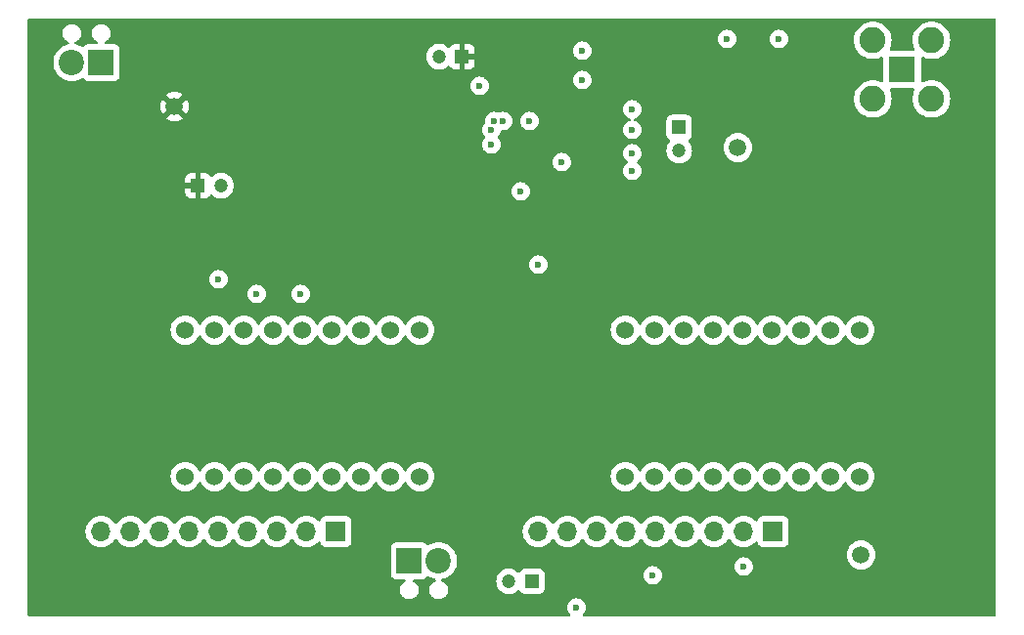
<source format=gbr>
%TF.GenerationSoftware,KiCad,Pcbnew,8.0.1*%
%TF.CreationDate,2024-04-12T18:49:37-04:00*%
%TF.ProjectId,adc_fpga,6164635f-6670-4676-912e-6b696361645f,rev?*%
%TF.SameCoordinates,Original*%
%TF.FileFunction,Copper,L4,Bot*%
%TF.FilePolarity,Positive*%
%FSLAX46Y46*%
G04 Gerber Fmt 4.6, Leading zero omitted, Abs format (unit mm)*
G04 Created by KiCad (PCBNEW 8.0.1) date 2024-04-12 18:49:37*
%MOMM*%
%LPD*%
G01*
G04 APERTURE LIST*
%TA.AperFunction,ComponentPad*%
%ADD10C,1.500000*%
%TD*%
%TA.AperFunction,ComponentPad*%
%ADD11C,1.524000*%
%TD*%
%TA.AperFunction,ComponentPad*%
%ADD12R,1.200000X1.200000*%
%TD*%
%TA.AperFunction,ComponentPad*%
%ADD13C,1.200000*%
%TD*%
%TA.AperFunction,ComponentPad*%
%ADD14R,1.700000X1.700000*%
%TD*%
%TA.AperFunction,ComponentPad*%
%ADD15O,1.700000X1.700000*%
%TD*%
%TA.AperFunction,ComponentPad*%
%ADD16R,2.250000X2.250000*%
%TD*%
%TA.AperFunction,ComponentPad*%
%ADD17C,2.250000*%
%TD*%
%TA.AperFunction,ComponentPad*%
%ADD18R,2.200000X2.200000*%
%TD*%
%TA.AperFunction,ComponentPad*%
%ADD19C,2.200000*%
%TD*%
%TA.AperFunction,ViaPad*%
%ADD20C,0.600000*%
%TD*%
G04 APERTURE END LIST*
D10*
%TO.P,TP2,1,1*%
%TO.N,Net-(U3-VRM)*%
X137668000Y-92710000D03*
%TD*%
%TO.P,TP4,1,1*%
%TO.N,+3.3V*%
X88900000Y-89154000D03*
%TD*%
%TO.P,TP1,1,1*%
%TO.N,Net-(U2-A4)*%
X148336000Y-128016000D03*
%TD*%
D11*
%TO.P,U2,1,L1*%
%TO.N,Net-(U2-L1)*%
X148245000Y-108530000D03*
%TO.P,U2,2,M4*%
%TO.N,Net-(U2-M4)*%
X145705000Y-108530000D03*
%TO.P,U2,3,M3*%
%TO.N,Net-(U2-M3)*%
X143165000Y-108530000D03*
%TO.P,U2,4,N2*%
%TO.N,Net-(U2-N2)*%
X140625000Y-108530000D03*
%TO.P,U2,5,M2*%
%TO.N,Net-(U2-M2)*%
X138085000Y-108530000D03*
%TO.P,U2,6,P3*%
%TO.N,Net-(U2-P3)*%
X135545000Y-108530000D03*
%TO.P,U2,7,N3*%
%TO.N,Net-(U2-N3)*%
X133005000Y-108530000D03*
%TO.P,U2,8,P1*%
%TO.N,Net-(U2-P1)*%
X130465000Y-108530000D03*
%TO.P,U2,9,N1*%
%TO.N,Net-(U2-N1)*%
X127925000Y-108530000D03*
%TO.P,U2,16,P14*%
%TO.N,Net-(U2-P14)*%
X110145000Y-108530000D03*
%TO.P,U2,17,P15*%
%TO.N,Net-(U2-P15)*%
X107605000Y-108530000D03*
%TO.P,U2,18,N13*%
%TO.N,Net-(U2-N13)*%
X105065000Y-108530000D03*
%TO.P,U2,19,N15*%
%TO.N,Net-(U2-N15)*%
X102525000Y-108530000D03*
%TO.P,U2,20,N14*%
%TO.N,Net-(U2-N14)*%
X99985000Y-108530000D03*
%TO.P,U2,21,M15*%
%TO.N,Net-(U2-M15)*%
X97445000Y-108530000D03*
%TO.P,U2,22,M14*%
%TO.N,Net-(U2-M14)*%
X94905000Y-108530000D03*
%TO.P,U2,23,L15*%
%TO.N,Net-(U2-L15)*%
X92365000Y-108530000D03*
%TO.P,U2,24,VU*%
%TO.N,+5V*%
X89825000Y-108530000D03*
%TO.P,U2,25,GND*%
%TO.N,GND*%
X89825000Y-121230000D03*
%TO.P,U2,26,L14*%
%TO.N,Net-(U2-L14)*%
X92365000Y-121230000D03*
%TO.P,U2,27,K14*%
%TO.N,Net-(U2-K14)*%
X94905000Y-121230000D03*
%TO.P,U2,28,J15*%
%TO.N,Net-(U2-J15)*%
X97445000Y-121230000D03*
%TO.P,U2,29,L13*%
%TO.N,Net-(U2-L13)*%
X99985000Y-121230000D03*
%TO.P,U2,30,M13*%
%TO.N,Net-(U2-M13)*%
X102525000Y-121230000D03*
%TO.P,U2,31,J11*%
%TO.N,Net-(U2-J11)*%
X105065000Y-121230000D03*
%TO.P,U2,32,A32*%
%TO.N,Net-(U2-A32)*%
X107605000Y-121230000D03*
%TO.P,U2,33,A33*%
%TO.N,Net-(U2-A33)*%
X110145000Y-121230000D03*
%TO.P,U2,40,C5*%
%TO.N,Net-(U2-C5)*%
X127925000Y-121230000D03*
%TO.P,U2,41,A2*%
%TO.N,Net-(U2-A2)*%
X130465000Y-121230000D03*
%TO.P,U2,42,B2*%
%TO.N,Net-(U2-B2)*%
X133005000Y-121230000D03*
%TO.P,U2,43,B1*%
%TO.N,Net-(U2-B1)*%
X135545000Y-121230000D03*
%TO.P,U2,44,C1*%
%TO.N,Net-(U2-C1)*%
X138085000Y-121230000D03*
%TO.P,U2,45,B3*%
%TO.N,Net-(U2-B3)*%
X140625000Y-121230000D03*
%TO.P,U2,46,B4*%
%TO.N,Net-(U2-B4)*%
X143165000Y-121230000D03*
%TO.P,U2,47,A3*%
%TO.N,Net-(U2-A3)*%
X145705000Y-121230000D03*
%TO.P,U2,48,A4*%
%TO.N,Net-(U2-A4)*%
X148245000Y-121230000D03*
%TD*%
D12*
%TO.P,C8,1*%
%TO.N,Net-(U3-VRP)*%
X132588000Y-90975401D03*
D13*
%TO.P,C8,2*%
%TO.N,Net-(U3-VRN)*%
X132588000Y-92975401D03*
%TD*%
D12*
%TO.P,C4,1*%
%TO.N,+3.3V*%
X113792000Y-84836000D03*
D13*
%TO.P,C4,2*%
%TO.N,GND*%
X111792000Y-84836000D03*
%TD*%
D14*
%TO.P,J5,1*%
%TO.N,Net-(U2-A33)*%
X102870000Y-125984000D03*
D15*
%TO.P,J5,2*%
%TO.N,Net-(U2-A32)*%
X100330000Y-125984000D03*
%TO.P,J5,3*%
%TO.N,Net-(U2-J11)*%
X97790000Y-125984000D03*
%TO.P,J5,4*%
%TO.N,Net-(U2-M13)*%
X95250000Y-125984000D03*
%TO.P,J5,5*%
%TO.N,Net-(U2-L13)*%
X92710000Y-125984000D03*
%TO.P,J5,6*%
%TO.N,Net-(U2-J15)*%
X90170000Y-125984000D03*
%TO.P,J5,7*%
%TO.N,Net-(U2-K14)*%
X87630000Y-125984000D03*
%TO.P,J5,8*%
%TO.N,Net-(U2-L14)*%
X85090000Y-125984000D03*
%TO.P,J5,9*%
%TO.N,GND*%
X82550000Y-125984000D03*
%TD*%
D14*
%TO.P,J3,1*%
%TO.N,Net-(U2-A3)*%
X140716000Y-125984000D03*
D15*
%TO.P,J3,2*%
%TO.N,Net-(U2-B4)*%
X138176000Y-125984000D03*
%TO.P,J3,3*%
%TO.N,Net-(U2-B3)*%
X135636000Y-125984000D03*
%TO.P,J3,4*%
%TO.N,Net-(U2-C1)*%
X133096000Y-125984000D03*
%TO.P,J3,5*%
%TO.N,Net-(U2-B1)*%
X130556000Y-125984000D03*
%TO.P,J3,6*%
%TO.N,Net-(U2-B2)*%
X128016000Y-125984000D03*
%TO.P,J3,7*%
%TO.N,Net-(U2-A2)*%
X125476000Y-125984000D03*
%TO.P,J3,8*%
%TO.N,Net-(U2-C5)*%
X122936000Y-125984000D03*
%TO.P,J3,9*%
%TO.N,GND*%
X120396000Y-125984000D03*
%TD*%
D16*
%TO.P,J1,1,In*%
%TO.N,Net-(J1-In)*%
X151892000Y-85959500D03*
D17*
%TO.P,J1,2,Ext*%
%TO.N,GND*%
X154432000Y-83419500D03*
X149352000Y-83419500D03*
X154432000Y-88499500D03*
X149352000Y-88499500D03*
%TD*%
D12*
%TO.P,C19,1*%
%TO.N,Net-(U1--)*%
X119844600Y-130302000D03*
D13*
%TO.P,C19,2*%
%TO.N,Net-(J2-Pin_1)*%
X117844600Y-130302000D03*
%TD*%
D18*
%TO.P,J2,1,Pin_1*%
%TO.N,Net-(J2-Pin_1)*%
X109220000Y-128524000D03*
D19*
%TO.P,J2,2,Pin_2*%
%TO.N,GND*%
X111760000Y-128524000D03*
%TD*%
D12*
%TO.P,C15,1*%
%TO.N,+3.3V*%
X90932000Y-96012000D03*
D13*
%TO.P,C15,2*%
%TO.N,GND*%
X92932000Y-96012000D03*
%TD*%
D18*
%TO.P,J4,1,Pin_1*%
%TO.N,GND*%
X82550000Y-85344000D03*
D19*
%TO.P,J4,2,Pin_2*%
%TO.N,+5V*%
X80010000Y-85344000D03*
%TD*%
D20*
%TO.N,GND*%
X99822000Y-105410000D03*
X96012000Y-105410000D03*
X141224000Y-83312000D03*
%TO.N,+3.3V*%
X120142000Y-96520000D03*
%TO.N,GND*%
X120396000Y-102870000D03*
X128524000Y-89408000D03*
X128524000Y-94742000D03*
X128524000Y-93218000D03*
%TO.N,+3.3V*%
X118364000Y-90932000D03*
X121920000Y-92456000D03*
%TO.N,GND*%
X128524000Y-91186000D03*
X124206000Y-84328000D03*
X124206000Y-86868000D03*
X116332000Y-91186000D03*
X115316000Y-87376000D03*
X122428000Y-93980000D03*
X118872000Y-96520000D03*
X116332000Y-92456000D03*
X119634000Y-90424000D03*
X117348000Y-90424000D03*
X116586000Y-90424000D03*
X136736000Y-83312000D03*
X130302000Y-129794000D03*
X123698000Y-132588000D03*
X138176000Y-129032000D03*
X92710000Y-104140000D03*
%TD*%
%TA.AperFunction,Conductor*%
%TO.N,+3.3V*%
G36*
X159963039Y-81546185D02*
G01*
X160008794Y-81598989D01*
X160020000Y-81650500D01*
X160020000Y-133226000D01*
X160000315Y-133293039D01*
X159947511Y-133338794D01*
X159896000Y-133350000D01*
X124367440Y-133350000D01*
X124300401Y-133330315D01*
X124254646Y-133277511D01*
X124244702Y-133208353D01*
X124273727Y-133144797D01*
X124279759Y-133138319D01*
X124327816Y-133090262D01*
X124423789Y-132937522D01*
X124483368Y-132767255D01*
X124503565Y-132588000D01*
X124483368Y-132408745D01*
X124423789Y-132238478D01*
X124327816Y-132085738D01*
X124200262Y-131958184D01*
X124047523Y-131862211D01*
X123877254Y-131802631D01*
X123877249Y-131802630D01*
X123698004Y-131782435D01*
X123697996Y-131782435D01*
X123518750Y-131802630D01*
X123518745Y-131802631D01*
X123348476Y-131862211D01*
X123195737Y-131958184D01*
X123068184Y-132085737D01*
X122972211Y-132238476D01*
X122912631Y-132408745D01*
X122912630Y-132408750D01*
X122892435Y-132587996D01*
X122892435Y-132588003D01*
X122912630Y-132767249D01*
X122912631Y-132767254D01*
X122972211Y-132937523D01*
X123068184Y-133090262D01*
X123116241Y-133138319D01*
X123149726Y-133199642D01*
X123144742Y-133269334D01*
X123102870Y-133325267D01*
X123037406Y-133349684D01*
X123028560Y-133350000D01*
X76324000Y-133350000D01*
X76256961Y-133330315D01*
X76211206Y-133277511D01*
X76200000Y-133226000D01*
X76200000Y-129671870D01*
X107619500Y-129671870D01*
X107619501Y-129671876D01*
X107625908Y-129731483D01*
X107676202Y-129866328D01*
X107676206Y-129866335D01*
X107762452Y-129981544D01*
X107762455Y-129981547D01*
X107877664Y-130067793D01*
X107877671Y-130067797D01*
X108012517Y-130118091D01*
X108012516Y-130118091D01*
X108019444Y-130118835D01*
X108072127Y-130124500D01*
X108776427Y-130124499D01*
X108843464Y-130144183D01*
X108889219Y-130196987D01*
X108899163Y-130266146D01*
X108870138Y-130329702D01*
X108845316Y-130351601D01*
X108709711Y-130442210D01*
X108709707Y-130442213D01*
X108598213Y-130553707D01*
X108598210Y-130553711D01*
X108510609Y-130684814D01*
X108510602Y-130684827D01*
X108450264Y-130830498D01*
X108450261Y-130830510D01*
X108419500Y-130985153D01*
X108419500Y-131142846D01*
X108450261Y-131297489D01*
X108450264Y-131297501D01*
X108510602Y-131443172D01*
X108510609Y-131443185D01*
X108598210Y-131574288D01*
X108598213Y-131574292D01*
X108709707Y-131685786D01*
X108709711Y-131685789D01*
X108840814Y-131773390D01*
X108840827Y-131773397D01*
X108911408Y-131802632D01*
X108986503Y-131833737D01*
X109141153Y-131864499D01*
X109141156Y-131864500D01*
X109141158Y-131864500D01*
X109298844Y-131864500D01*
X109298845Y-131864499D01*
X109453497Y-131833737D01*
X109599179Y-131773394D01*
X109730289Y-131685789D01*
X109841789Y-131574289D01*
X109929394Y-131443179D01*
X109989737Y-131297497D01*
X110020500Y-131142842D01*
X110020500Y-130985158D01*
X110020500Y-130985155D01*
X110020499Y-130985153D01*
X110013481Y-130949872D01*
X109989737Y-130830503D01*
X109989735Y-130830498D01*
X109929397Y-130684827D01*
X109929390Y-130684814D01*
X109841789Y-130553711D01*
X109841786Y-130553707D01*
X109730292Y-130442213D01*
X109730288Y-130442210D01*
X109594683Y-130351601D01*
X109549878Y-130297989D01*
X109541171Y-130228664D01*
X109571326Y-130165636D01*
X109630769Y-130128917D01*
X109663571Y-130124499D01*
X110367872Y-130124499D01*
X110427483Y-130118091D01*
X110562331Y-130067796D01*
X110677546Y-129981546D01*
X110734928Y-129904893D01*
X110790860Y-129863024D01*
X110860552Y-129858040D01*
X110898983Y-129873479D01*
X111031140Y-129954466D01*
X111096523Y-129981548D01*
X111263889Y-130050873D01*
X111431043Y-130091003D01*
X111491634Y-130125792D01*
X111523799Y-130187818D01*
X111517323Y-130257387D01*
X111474264Y-130312411D01*
X111449550Y-130326137D01*
X111380820Y-130354606D01*
X111380814Y-130354609D01*
X111249711Y-130442210D01*
X111249707Y-130442213D01*
X111138213Y-130553707D01*
X111138210Y-130553711D01*
X111050609Y-130684814D01*
X111050602Y-130684827D01*
X110990264Y-130830498D01*
X110990261Y-130830510D01*
X110959500Y-130985153D01*
X110959500Y-131142846D01*
X110990261Y-131297489D01*
X110990264Y-131297501D01*
X111050602Y-131443172D01*
X111050609Y-131443185D01*
X111138210Y-131574288D01*
X111138213Y-131574292D01*
X111249707Y-131685786D01*
X111249711Y-131685789D01*
X111380814Y-131773390D01*
X111380827Y-131773397D01*
X111451408Y-131802632D01*
X111526503Y-131833737D01*
X111681153Y-131864499D01*
X111681156Y-131864500D01*
X111681158Y-131864500D01*
X111838844Y-131864500D01*
X111838845Y-131864499D01*
X111993497Y-131833737D01*
X112139179Y-131773394D01*
X112270289Y-131685789D01*
X112381789Y-131574289D01*
X112469394Y-131443179D01*
X112529737Y-131297497D01*
X112560500Y-131142842D01*
X112560500Y-130985158D01*
X112560500Y-130985155D01*
X112560499Y-130985153D01*
X112553481Y-130949872D01*
X112529737Y-130830503D01*
X112529735Y-130830498D01*
X112469397Y-130684827D01*
X112469390Y-130684814D01*
X112381789Y-130553711D01*
X112381786Y-130553707D01*
X112270292Y-130442213D01*
X112270288Y-130442210D01*
X112139185Y-130354609D01*
X112139175Y-130354604D01*
X112070450Y-130326137D01*
X112040498Y-130302000D01*
X116739385Y-130302000D01*
X116758202Y-130505082D01*
X116814017Y-130701247D01*
X116814022Y-130701260D01*
X116904927Y-130883821D01*
X117027837Y-131046581D01*
X117178558Y-131183980D01*
X117178560Y-131183982D01*
X117178562Y-131183983D01*
X117351963Y-131291348D01*
X117542144Y-131365024D01*
X117742624Y-131402500D01*
X117742626Y-131402500D01*
X117946574Y-131402500D01*
X117946576Y-131402500D01*
X118147056Y-131365024D01*
X118337237Y-131291348D01*
X118510641Y-131183981D01*
X118602617Y-131100133D01*
X118665418Y-131069518D01*
X118734805Y-131077715D01*
X118788746Y-131122125D01*
X118796273Y-131136698D01*
X118796553Y-131136546D01*
X118800806Y-131144335D01*
X118887052Y-131259544D01*
X118887055Y-131259547D01*
X119002264Y-131345793D01*
X119002271Y-131345797D01*
X119137117Y-131396091D01*
X119137116Y-131396091D01*
X119144044Y-131396835D01*
X119196727Y-131402500D01*
X120492472Y-131402499D01*
X120552083Y-131396091D01*
X120686931Y-131345796D01*
X120802146Y-131259546D01*
X120888396Y-131144331D01*
X120938691Y-131009483D01*
X120945100Y-130949873D01*
X120945099Y-129794003D01*
X129496435Y-129794003D01*
X129516630Y-129973249D01*
X129516631Y-129973254D01*
X129576211Y-130143523D01*
X129629709Y-130228664D01*
X129672184Y-130296262D01*
X129799738Y-130423816D01*
X129829017Y-130442213D01*
X129929073Y-130505083D01*
X129952478Y-130519789D01*
X130049410Y-130553707D01*
X130122745Y-130579368D01*
X130122750Y-130579369D01*
X130301996Y-130599565D01*
X130302000Y-130599565D01*
X130302004Y-130599565D01*
X130481249Y-130579369D01*
X130481252Y-130579368D01*
X130481255Y-130579368D01*
X130651522Y-130519789D01*
X130804262Y-130423816D01*
X130931816Y-130296262D01*
X131027789Y-130143522D01*
X131087368Y-129973255D01*
X131089485Y-129954466D01*
X131107565Y-129794003D01*
X131107565Y-129793996D01*
X131087369Y-129614750D01*
X131087368Y-129614745D01*
X131035898Y-129467653D01*
X131027789Y-129444478D01*
X131012420Y-129420019D01*
X130944957Y-129312652D01*
X130931816Y-129291738D01*
X130804262Y-129164184D01*
X130707051Y-129103102D01*
X130651523Y-129068211D01*
X130548047Y-129032003D01*
X137370435Y-129032003D01*
X137390630Y-129211249D01*
X137390631Y-129211254D01*
X137450211Y-129381523D01*
X137537879Y-129521045D01*
X137546184Y-129534262D01*
X137673738Y-129661816D01*
X137826478Y-129757789D01*
X137996745Y-129817368D01*
X137996750Y-129817369D01*
X138175996Y-129837565D01*
X138176000Y-129837565D01*
X138176004Y-129837565D01*
X138355249Y-129817369D01*
X138355252Y-129817368D01*
X138355255Y-129817368D01*
X138525522Y-129757789D01*
X138678262Y-129661816D01*
X138805816Y-129534262D01*
X138901789Y-129381522D01*
X138961368Y-129211255D01*
X138962467Y-129201500D01*
X138981565Y-129032003D01*
X138981565Y-129031996D01*
X138961369Y-128852750D01*
X138961368Y-128852745D01*
X138934217Y-128775151D01*
X138901789Y-128682478D01*
X138805816Y-128529738D01*
X138678262Y-128402184D01*
X138525523Y-128306211D01*
X138355254Y-128246631D01*
X138355249Y-128246630D01*
X138176004Y-128226435D01*
X138175996Y-128226435D01*
X137996750Y-128246630D01*
X137996745Y-128246631D01*
X137826476Y-128306211D01*
X137673737Y-128402184D01*
X137546184Y-128529737D01*
X137450211Y-128682476D01*
X137390631Y-128852745D01*
X137390630Y-128852750D01*
X137370435Y-129031996D01*
X137370435Y-129032003D01*
X130548047Y-129032003D01*
X130481254Y-129008631D01*
X130481249Y-129008630D01*
X130302004Y-128988435D01*
X130301996Y-128988435D01*
X130122750Y-129008630D01*
X130122745Y-129008631D01*
X129952476Y-129068211D01*
X129799737Y-129164184D01*
X129672184Y-129291737D01*
X129576211Y-129444476D01*
X129516631Y-129614745D01*
X129516630Y-129614750D01*
X129496435Y-129793996D01*
X129496435Y-129794003D01*
X120945099Y-129794003D01*
X120945099Y-129654128D01*
X120938691Y-129594517D01*
X120916217Y-129534262D01*
X120888397Y-129459671D01*
X120888393Y-129459664D01*
X120802147Y-129344455D01*
X120802144Y-129344452D01*
X120686935Y-129258206D01*
X120686928Y-129258202D01*
X120552082Y-129207908D01*
X120552083Y-129207908D01*
X120492483Y-129201501D01*
X120492481Y-129201500D01*
X120492473Y-129201500D01*
X120492464Y-129201500D01*
X119196729Y-129201500D01*
X119196723Y-129201501D01*
X119137116Y-129207908D01*
X119002271Y-129258202D01*
X119002264Y-129258206D01*
X118887055Y-129344452D01*
X118887052Y-129344455D01*
X118800806Y-129459664D01*
X118796553Y-129467454D01*
X118794341Y-129466246D01*
X118760440Y-129511511D01*
X118694970Y-129535913D01*
X118626701Y-129521045D01*
X118602615Y-129503864D01*
X118510641Y-129420019D01*
X118510639Y-129420017D01*
X118337242Y-129312655D01*
X118337235Y-129312651D01*
X118230435Y-129271277D01*
X118147056Y-129238976D01*
X117946576Y-129201500D01*
X117742624Y-129201500D01*
X117542144Y-129238976D01*
X117542141Y-129238976D01*
X117542141Y-129238977D01*
X117351964Y-129312651D01*
X117351957Y-129312655D01*
X117178560Y-129420017D01*
X117178558Y-129420019D01*
X117027837Y-129557418D01*
X116904927Y-129720178D01*
X116814022Y-129902739D01*
X116814017Y-129902752D01*
X116758202Y-130098917D01*
X116739385Y-130301999D01*
X116739385Y-130302000D01*
X112040498Y-130302000D01*
X112016047Y-130282296D01*
X111993982Y-130216001D01*
X112011261Y-130148302D01*
X112062399Y-130100692D01*
X112088950Y-130091004D01*
X112256111Y-130050873D01*
X112488859Y-129954466D01*
X112703659Y-129822836D01*
X112895224Y-129659224D01*
X113058836Y-129467659D01*
X113190466Y-129252859D01*
X113286873Y-129020111D01*
X113345683Y-128775148D01*
X113365449Y-128524000D01*
X113345683Y-128272852D01*
X113286873Y-128027889D01*
X113281949Y-128016002D01*
X147080723Y-128016002D01*
X147099793Y-128233975D01*
X147099793Y-128233979D01*
X147156422Y-128445322D01*
X147156424Y-128445326D01*
X147156425Y-128445330D01*
X147195785Y-128529737D01*
X147248897Y-128643638D01*
X147248898Y-128643639D01*
X147374402Y-128822877D01*
X147529123Y-128977598D01*
X147708361Y-129103102D01*
X147906670Y-129195575D01*
X148118023Y-129252207D01*
X148300926Y-129268208D01*
X148335998Y-129271277D01*
X148336000Y-129271277D01*
X148336002Y-129271277D01*
X148364254Y-129268805D01*
X148553977Y-129252207D01*
X148765330Y-129195575D01*
X148963639Y-129103102D01*
X149142877Y-128977598D01*
X149297598Y-128822877D01*
X149423102Y-128643639D01*
X149515575Y-128445330D01*
X149572207Y-128233977D01*
X149591277Y-128016000D01*
X149572207Y-127798023D01*
X149515575Y-127586670D01*
X149423102Y-127388362D01*
X149423100Y-127388359D01*
X149423099Y-127388357D01*
X149297599Y-127209124D01*
X149231579Y-127143104D01*
X149142877Y-127054402D01*
X149004978Y-126957844D01*
X148963638Y-126928897D01*
X148862774Y-126881864D01*
X148765330Y-126836425D01*
X148765326Y-126836424D01*
X148765322Y-126836422D01*
X148553977Y-126779793D01*
X148336002Y-126760723D01*
X148335998Y-126760723D01*
X148190682Y-126773436D01*
X148118023Y-126779793D01*
X148118020Y-126779793D01*
X147906677Y-126836422D01*
X147906668Y-126836426D01*
X147708361Y-126928898D01*
X147708357Y-126928900D01*
X147529121Y-127054402D01*
X147374402Y-127209121D01*
X147248900Y-127388357D01*
X147248898Y-127388361D01*
X147156426Y-127586668D01*
X147156422Y-127586677D01*
X147099793Y-127798020D01*
X147099793Y-127798024D01*
X147080723Y-128015997D01*
X147080723Y-128016002D01*
X113281949Y-128016002D01*
X113281947Y-128015997D01*
X113190466Y-127795140D01*
X113058839Y-127580346D01*
X113058838Y-127580343D01*
X113021875Y-127537066D01*
X112895224Y-127388776D01*
X112741994Y-127257905D01*
X112703656Y-127225161D01*
X112703653Y-127225160D01*
X112488859Y-127093533D01*
X112256110Y-126997126D01*
X112011151Y-126938317D01*
X111760000Y-126918551D01*
X111508848Y-126938317D01*
X111263889Y-126997126D01*
X111031140Y-127093533D01*
X110898983Y-127174520D01*
X110831537Y-127192765D01*
X110764935Y-127171649D01*
X110734927Y-127143104D01*
X110677547Y-127066455D01*
X110677544Y-127066452D01*
X110562335Y-126980206D01*
X110562328Y-126980202D01*
X110427482Y-126929908D01*
X110427483Y-126929908D01*
X110367883Y-126923501D01*
X110367881Y-126923500D01*
X110367873Y-126923500D01*
X110367864Y-126923500D01*
X108072129Y-126923500D01*
X108072123Y-126923501D01*
X108012516Y-126929908D01*
X107877671Y-126980202D01*
X107877664Y-126980206D01*
X107762455Y-127066452D01*
X107762452Y-127066455D01*
X107676206Y-127181664D01*
X107676202Y-127181671D01*
X107625908Y-127316517D01*
X107619501Y-127376116D01*
X107619500Y-127376135D01*
X107619500Y-129671870D01*
X76200000Y-129671870D01*
X76200000Y-125984000D01*
X81194341Y-125984000D01*
X81214936Y-126219403D01*
X81214938Y-126219413D01*
X81276094Y-126447655D01*
X81276096Y-126447659D01*
X81276097Y-126447663D01*
X81280000Y-126456032D01*
X81375965Y-126661830D01*
X81375967Y-126661834D01*
X81484281Y-126816521D01*
X81511505Y-126855401D01*
X81678599Y-127022495D01*
X81775384Y-127090265D01*
X81872165Y-127158032D01*
X81872167Y-127158033D01*
X81872170Y-127158035D01*
X82086337Y-127257903D01*
X82314592Y-127319063D01*
X82491034Y-127334500D01*
X82549999Y-127339659D01*
X82550000Y-127339659D01*
X82550001Y-127339659D01*
X82608966Y-127334500D01*
X82785408Y-127319063D01*
X83013663Y-127257903D01*
X83227830Y-127158035D01*
X83421401Y-127022495D01*
X83588495Y-126855401D01*
X83718425Y-126669842D01*
X83773002Y-126626217D01*
X83842500Y-126619023D01*
X83904855Y-126650546D01*
X83921575Y-126669842D01*
X84051500Y-126855395D01*
X84051505Y-126855401D01*
X84218599Y-127022495D01*
X84315384Y-127090265D01*
X84412165Y-127158032D01*
X84412167Y-127158033D01*
X84412170Y-127158035D01*
X84626337Y-127257903D01*
X84854592Y-127319063D01*
X85031034Y-127334500D01*
X85089999Y-127339659D01*
X85090000Y-127339659D01*
X85090001Y-127339659D01*
X85148966Y-127334500D01*
X85325408Y-127319063D01*
X85553663Y-127257903D01*
X85767830Y-127158035D01*
X85961401Y-127022495D01*
X86128495Y-126855401D01*
X86258425Y-126669842D01*
X86313002Y-126626217D01*
X86382500Y-126619023D01*
X86444855Y-126650546D01*
X86461575Y-126669842D01*
X86591500Y-126855395D01*
X86591505Y-126855401D01*
X86758599Y-127022495D01*
X86855384Y-127090265D01*
X86952165Y-127158032D01*
X86952167Y-127158033D01*
X86952170Y-127158035D01*
X87166337Y-127257903D01*
X87394592Y-127319063D01*
X87571034Y-127334500D01*
X87629999Y-127339659D01*
X87630000Y-127339659D01*
X87630001Y-127339659D01*
X87688966Y-127334500D01*
X87865408Y-127319063D01*
X88093663Y-127257903D01*
X88307830Y-127158035D01*
X88501401Y-127022495D01*
X88668495Y-126855401D01*
X88798425Y-126669842D01*
X88853002Y-126626217D01*
X88922500Y-126619023D01*
X88984855Y-126650546D01*
X89001575Y-126669842D01*
X89131500Y-126855395D01*
X89131505Y-126855401D01*
X89298599Y-127022495D01*
X89395384Y-127090265D01*
X89492165Y-127158032D01*
X89492167Y-127158033D01*
X89492170Y-127158035D01*
X89706337Y-127257903D01*
X89934592Y-127319063D01*
X90111034Y-127334500D01*
X90169999Y-127339659D01*
X90170000Y-127339659D01*
X90170001Y-127339659D01*
X90228966Y-127334500D01*
X90405408Y-127319063D01*
X90633663Y-127257903D01*
X90847830Y-127158035D01*
X91041401Y-127022495D01*
X91208495Y-126855401D01*
X91338425Y-126669842D01*
X91393002Y-126626217D01*
X91462500Y-126619023D01*
X91524855Y-126650546D01*
X91541575Y-126669842D01*
X91671500Y-126855395D01*
X91671505Y-126855401D01*
X91838599Y-127022495D01*
X91935384Y-127090265D01*
X92032165Y-127158032D01*
X92032167Y-127158033D01*
X92032170Y-127158035D01*
X92246337Y-127257903D01*
X92474592Y-127319063D01*
X92651034Y-127334500D01*
X92709999Y-127339659D01*
X92710000Y-127339659D01*
X92710001Y-127339659D01*
X92768966Y-127334500D01*
X92945408Y-127319063D01*
X93173663Y-127257903D01*
X93387830Y-127158035D01*
X93581401Y-127022495D01*
X93748495Y-126855401D01*
X93878425Y-126669842D01*
X93933002Y-126626217D01*
X94002500Y-126619023D01*
X94064855Y-126650546D01*
X94081575Y-126669842D01*
X94211500Y-126855395D01*
X94211505Y-126855401D01*
X94378599Y-127022495D01*
X94475384Y-127090265D01*
X94572165Y-127158032D01*
X94572167Y-127158033D01*
X94572170Y-127158035D01*
X94786337Y-127257903D01*
X95014592Y-127319063D01*
X95191034Y-127334500D01*
X95249999Y-127339659D01*
X95250000Y-127339659D01*
X95250001Y-127339659D01*
X95308966Y-127334500D01*
X95485408Y-127319063D01*
X95713663Y-127257903D01*
X95927830Y-127158035D01*
X96121401Y-127022495D01*
X96288495Y-126855401D01*
X96418425Y-126669842D01*
X96473002Y-126626217D01*
X96542500Y-126619023D01*
X96604855Y-126650546D01*
X96621575Y-126669842D01*
X96751500Y-126855395D01*
X96751505Y-126855401D01*
X96918599Y-127022495D01*
X97015384Y-127090265D01*
X97112165Y-127158032D01*
X97112167Y-127158033D01*
X97112170Y-127158035D01*
X97326337Y-127257903D01*
X97554592Y-127319063D01*
X97731034Y-127334500D01*
X97789999Y-127339659D01*
X97790000Y-127339659D01*
X97790001Y-127339659D01*
X97848966Y-127334500D01*
X98025408Y-127319063D01*
X98253663Y-127257903D01*
X98467830Y-127158035D01*
X98661401Y-127022495D01*
X98828495Y-126855401D01*
X98958425Y-126669842D01*
X99013002Y-126626217D01*
X99082500Y-126619023D01*
X99144855Y-126650546D01*
X99161575Y-126669842D01*
X99291500Y-126855395D01*
X99291505Y-126855401D01*
X99458599Y-127022495D01*
X99555384Y-127090265D01*
X99652165Y-127158032D01*
X99652167Y-127158033D01*
X99652170Y-127158035D01*
X99866337Y-127257903D01*
X100094592Y-127319063D01*
X100271034Y-127334500D01*
X100329999Y-127339659D01*
X100330000Y-127339659D01*
X100330001Y-127339659D01*
X100388966Y-127334500D01*
X100565408Y-127319063D01*
X100793663Y-127257903D01*
X101007830Y-127158035D01*
X101201401Y-127022495D01*
X101323329Y-126900566D01*
X101384648Y-126867084D01*
X101454340Y-126872068D01*
X101510274Y-126913939D01*
X101527189Y-126944917D01*
X101576202Y-127076328D01*
X101576206Y-127076335D01*
X101662452Y-127191544D01*
X101662455Y-127191547D01*
X101777664Y-127277793D01*
X101777671Y-127277797D01*
X101912517Y-127328091D01*
X101912516Y-127328091D01*
X101919444Y-127328835D01*
X101972127Y-127334500D01*
X103767872Y-127334499D01*
X103827483Y-127328091D01*
X103962331Y-127277796D01*
X104077546Y-127191546D01*
X104163796Y-127076331D01*
X104214091Y-126941483D01*
X104220500Y-126881873D01*
X104220499Y-125984000D01*
X119040341Y-125984000D01*
X119060936Y-126219403D01*
X119060938Y-126219413D01*
X119122094Y-126447655D01*
X119122096Y-126447659D01*
X119122097Y-126447663D01*
X119126000Y-126456032D01*
X119221965Y-126661830D01*
X119221967Y-126661834D01*
X119330281Y-126816521D01*
X119357505Y-126855401D01*
X119524599Y-127022495D01*
X119621384Y-127090265D01*
X119718165Y-127158032D01*
X119718167Y-127158033D01*
X119718170Y-127158035D01*
X119932337Y-127257903D01*
X120160592Y-127319063D01*
X120337034Y-127334500D01*
X120395999Y-127339659D01*
X120396000Y-127339659D01*
X120396001Y-127339659D01*
X120454966Y-127334500D01*
X120631408Y-127319063D01*
X120859663Y-127257903D01*
X121073830Y-127158035D01*
X121267401Y-127022495D01*
X121434495Y-126855401D01*
X121564425Y-126669842D01*
X121619002Y-126626217D01*
X121688500Y-126619023D01*
X121750855Y-126650546D01*
X121767575Y-126669842D01*
X121897500Y-126855395D01*
X121897505Y-126855401D01*
X122064599Y-127022495D01*
X122161384Y-127090265D01*
X122258165Y-127158032D01*
X122258167Y-127158033D01*
X122258170Y-127158035D01*
X122472337Y-127257903D01*
X122700592Y-127319063D01*
X122877034Y-127334500D01*
X122935999Y-127339659D01*
X122936000Y-127339659D01*
X122936001Y-127339659D01*
X122994966Y-127334500D01*
X123171408Y-127319063D01*
X123399663Y-127257903D01*
X123613830Y-127158035D01*
X123807401Y-127022495D01*
X123974495Y-126855401D01*
X124104425Y-126669842D01*
X124159002Y-126626217D01*
X124228500Y-126619023D01*
X124290855Y-126650546D01*
X124307575Y-126669842D01*
X124437500Y-126855395D01*
X124437505Y-126855401D01*
X124604599Y-127022495D01*
X124701384Y-127090265D01*
X124798165Y-127158032D01*
X124798167Y-127158033D01*
X124798170Y-127158035D01*
X125012337Y-127257903D01*
X125240592Y-127319063D01*
X125417034Y-127334500D01*
X125475999Y-127339659D01*
X125476000Y-127339659D01*
X125476001Y-127339659D01*
X125534966Y-127334500D01*
X125711408Y-127319063D01*
X125939663Y-127257903D01*
X126153830Y-127158035D01*
X126347401Y-127022495D01*
X126514495Y-126855401D01*
X126644425Y-126669842D01*
X126699002Y-126626217D01*
X126768500Y-126619023D01*
X126830855Y-126650546D01*
X126847575Y-126669842D01*
X126977500Y-126855395D01*
X126977505Y-126855401D01*
X127144599Y-127022495D01*
X127241384Y-127090265D01*
X127338165Y-127158032D01*
X127338167Y-127158033D01*
X127338170Y-127158035D01*
X127552337Y-127257903D01*
X127780592Y-127319063D01*
X127957034Y-127334500D01*
X128015999Y-127339659D01*
X128016000Y-127339659D01*
X128016001Y-127339659D01*
X128074966Y-127334500D01*
X128251408Y-127319063D01*
X128479663Y-127257903D01*
X128693830Y-127158035D01*
X128887401Y-127022495D01*
X129054495Y-126855401D01*
X129184425Y-126669842D01*
X129239002Y-126626217D01*
X129308500Y-126619023D01*
X129370855Y-126650546D01*
X129387575Y-126669842D01*
X129517500Y-126855395D01*
X129517505Y-126855401D01*
X129684599Y-127022495D01*
X129781384Y-127090265D01*
X129878165Y-127158032D01*
X129878167Y-127158033D01*
X129878170Y-127158035D01*
X130092337Y-127257903D01*
X130320592Y-127319063D01*
X130497034Y-127334500D01*
X130555999Y-127339659D01*
X130556000Y-127339659D01*
X130556001Y-127339659D01*
X130614966Y-127334500D01*
X130791408Y-127319063D01*
X131019663Y-127257903D01*
X131233830Y-127158035D01*
X131427401Y-127022495D01*
X131594495Y-126855401D01*
X131724425Y-126669842D01*
X131779002Y-126626217D01*
X131848500Y-126619023D01*
X131910855Y-126650546D01*
X131927575Y-126669842D01*
X132057500Y-126855395D01*
X132057505Y-126855401D01*
X132224599Y-127022495D01*
X132321384Y-127090265D01*
X132418165Y-127158032D01*
X132418167Y-127158033D01*
X132418170Y-127158035D01*
X132632337Y-127257903D01*
X132860592Y-127319063D01*
X133037034Y-127334500D01*
X133095999Y-127339659D01*
X133096000Y-127339659D01*
X133096001Y-127339659D01*
X133154966Y-127334500D01*
X133331408Y-127319063D01*
X133559663Y-127257903D01*
X133773830Y-127158035D01*
X133967401Y-127022495D01*
X134134495Y-126855401D01*
X134264425Y-126669842D01*
X134319002Y-126626217D01*
X134388500Y-126619023D01*
X134450855Y-126650546D01*
X134467575Y-126669842D01*
X134597500Y-126855395D01*
X134597505Y-126855401D01*
X134764599Y-127022495D01*
X134861384Y-127090265D01*
X134958165Y-127158032D01*
X134958167Y-127158033D01*
X134958170Y-127158035D01*
X135172337Y-127257903D01*
X135400592Y-127319063D01*
X135577034Y-127334500D01*
X135635999Y-127339659D01*
X135636000Y-127339659D01*
X135636001Y-127339659D01*
X135694966Y-127334500D01*
X135871408Y-127319063D01*
X136099663Y-127257903D01*
X136313830Y-127158035D01*
X136507401Y-127022495D01*
X136674495Y-126855401D01*
X136804425Y-126669842D01*
X136859002Y-126626217D01*
X136928500Y-126619023D01*
X136990855Y-126650546D01*
X137007575Y-126669842D01*
X137137500Y-126855395D01*
X137137505Y-126855401D01*
X137304599Y-127022495D01*
X137401384Y-127090265D01*
X137498165Y-127158032D01*
X137498167Y-127158033D01*
X137498170Y-127158035D01*
X137712337Y-127257903D01*
X137940592Y-127319063D01*
X138117034Y-127334500D01*
X138175999Y-127339659D01*
X138176000Y-127339659D01*
X138176001Y-127339659D01*
X138234966Y-127334500D01*
X138411408Y-127319063D01*
X138639663Y-127257903D01*
X138853830Y-127158035D01*
X139047401Y-127022495D01*
X139169329Y-126900566D01*
X139230648Y-126867084D01*
X139300340Y-126872068D01*
X139356274Y-126913939D01*
X139373189Y-126944917D01*
X139422202Y-127076328D01*
X139422206Y-127076335D01*
X139508452Y-127191544D01*
X139508455Y-127191547D01*
X139623664Y-127277793D01*
X139623671Y-127277797D01*
X139758517Y-127328091D01*
X139758516Y-127328091D01*
X139765444Y-127328835D01*
X139818127Y-127334500D01*
X141613872Y-127334499D01*
X141673483Y-127328091D01*
X141808331Y-127277796D01*
X141923546Y-127191546D01*
X142009796Y-127076331D01*
X142060091Y-126941483D01*
X142066500Y-126881873D01*
X142066499Y-125086128D01*
X142060091Y-125026517D01*
X142058810Y-125023083D01*
X142009797Y-124891671D01*
X142009793Y-124891664D01*
X141923547Y-124776455D01*
X141923544Y-124776452D01*
X141808335Y-124690206D01*
X141808328Y-124690202D01*
X141673482Y-124639908D01*
X141673483Y-124639908D01*
X141613883Y-124633501D01*
X141613881Y-124633500D01*
X141613873Y-124633500D01*
X141613864Y-124633500D01*
X139818129Y-124633500D01*
X139818123Y-124633501D01*
X139758516Y-124639908D01*
X139623671Y-124690202D01*
X139623664Y-124690206D01*
X139508455Y-124776452D01*
X139508452Y-124776455D01*
X139422206Y-124891664D01*
X139422203Y-124891669D01*
X139373189Y-125023083D01*
X139331317Y-125079016D01*
X139265853Y-125103433D01*
X139197580Y-125088581D01*
X139169326Y-125067430D01*
X139047402Y-124945506D01*
X139047395Y-124945501D01*
X138853834Y-124809967D01*
X138853830Y-124809965D01*
X138853828Y-124809964D01*
X138639663Y-124710097D01*
X138639659Y-124710096D01*
X138639655Y-124710094D01*
X138411413Y-124648938D01*
X138411403Y-124648936D01*
X138176001Y-124628341D01*
X138175999Y-124628341D01*
X137940596Y-124648936D01*
X137940586Y-124648938D01*
X137712344Y-124710094D01*
X137712335Y-124710098D01*
X137498171Y-124809964D01*
X137498169Y-124809965D01*
X137304597Y-124945505D01*
X137137505Y-125112597D01*
X137007575Y-125298158D01*
X136952998Y-125341783D01*
X136883500Y-125348977D01*
X136821145Y-125317454D01*
X136804425Y-125298158D01*
X136674494Y-125112597D01*
X136507402Y-124945506D01*
X136507395Y-124945501D01*
X136313834Y-124809967D01*
X136313830Y-124809965D01*
X136313828Y-124809964D01*
X136099663Y-124710097D01*
X136099659Y-124710096D01*
X136099655Y-124710094D01*
X135871413Y-124648938D01*
X135871403Y-124648936D01*
X135636001Y-124628341D01*
X135635999Y-124628341D01*
X135400596Y-124648936D01*
X135400586Y-124648938D01*
X135172344Y-124710094D01*
X135172335Y-124710098D01*
X134958171Y-124809964D01*
X134958169Y-124809965D01*
X134764597Y-124945505D01*
X134597505Y-125112597D01*
X134467575Y-125298158D01*
X134412998Y-125341783D01*
X134343500Y-125348977D01*
X134281145Y-125317454D01*
X134264425Y-125298158D01*
X134134494Y-125112597D01*
X133967402Y-124945506D01*
X133967395Y-124945501D01*
X133773834Y-124809967D01*
X133773830Y-124809965D01*
X133773828Y-124809964D01*
X133559663Y-124710097D01*
X133559659Y-124710096D01*
X133559655Y-124710094D01*
X133331413Y-124648938D01*
X133331403Y-124648936D01*
X133096001Y-124628341D01*
X133095999Y-124628341D01*
X132860596Y-124648936D01*
X132860586Y-124648938D01*
X132632344Y-124710094D01*
X132632335Y-124710098D01*
X132418171Y-124809964D01*
X132418169Y-124809965D01*
X132224597Y-124945505D01*
X132057505Y-125112597D01*
X131927575Y-125298158D01*
X131872998Y-125341783D01*
X131803500Y-125348977D01*
X131741145Y-125317454D01*
X131724425Y-125298158D01*
X131594494Y-125112597D01*
X131427402Y-124945506D01*
X131427395Y-124945501D01*
X131233834Y-124809967D01*
X131233830Y-124809965D01*
X131233828Y-124809964D01*
X131019663Y-124710097D01*
X131019659Y-124710096D01*
X131019655Y-124710094D01*
X130791413Y-124648938D01*
X130791403Y-124648936D01*
X130556001Y-124628341D01*
X130555999Y-124628341D01*
X130320596Y-124648936D01*
X130320586Y-124648938D01*
X130092344Y-124710094D01*
X130092335Y-124710098D01*
X129878171Y-124809964D01*
X129878169Y-124809965D01*
X129684597Y-124945505D01*
X129517505Y-125112597D01*
X129387575Y-125298158D01*
X129332998Y-125341783D01*
X129263500Y-125348977D01*
X129201145Y-125317454D01*
X129184425Y-125298158D01*
X129054494Y-125112597D01*
X128887402Y-124945506D01*
X128887395Y-124945501D01*
X128693834Y-124809967D01*
X128693830Y-124809965D01*
X128693828Y-124809964D01*
X128479663Y-124710097D01*
X128479659Y-124710096D01*
X128479655Y-124710094D01*
X128251413Y-124648938D01*
X128251403Y-124648936D01*
X128016001Y-124628341D01*
X128015999Y-124628341D01*
X127780596Y-124648936D01*
X127780586Y-124648938D01*
X127552344Y-124710094D01*
X127552335Y-124710098D01*
X127338171Y-124809964D01*
X127338169Y-124809965D01*
X127144597Y-124945505D01*
X126977505Y-125112597D01*
X126847575Y-125298158D01*
X126792998Y-125341783D01*
X126723500Y-125348977D01*
X126661145Y-125317454D01*
X126644425Y-125298158D01*
X126514494Y-125112597D01*
X126347402Y-124945506D01*
X126347395Y-124945501D01*
X126153834Y-124809967D01*
X126153830Y-124809965D01*
X126153828Y-124809964D01*
X125939663Y-124710097D01*
X125939659Y-124710096D01*
X125939655Y-124710094D01*
X125711413Y-124648938D01*
X125711403Y-124648936D01*
X125476001Y-124628341D01*
X125475999Y-124628341D01*
X125240596Y-124648936D01*
X125240586Y-124648938D01*
X125012344Y-124710094D01*
X125012335Y-124710098D01*
X124798171Y-124809964D01*
X124798169Y-124809965D01*
X124604597Y-124945505D01*
X124437505Y-125112597D01*
X124307575Y-125298158D01*
X124252998Y-125341783D01*
X124183500Y-125348977D01*
X124121145Y-125317454D01*
X124104425Y-125298158D01*
X123974494Y-125112597D01*
X123807402Y-124945506D01*
X123807395Y-124945501D01*
X123613834Y-124809967D01*
X123613830Y-124809965D01*
X123613828Y-124809964D01*
X123399663Y-124710097D01*
X123399659Y-124710096D01*
X123399655Y-124710094D01*
X123171413Y-124648938D01*
X123171403Y-124648936D01*
X122936001Y-124628341D01*
X122935999Y-124628341D01*
X122700596Y-124648936D01*
X122700586Y-124648938D01*
X122472344Y-124710094D01*
X122472335Y-124710098D01*
X122258171Y-124809964D01*
X122258169Y-124809965D01*
X122064597Y-124945505D01*
X121897505Y-125112597D01*
X121767575Y-125298158D01*
X121712998Y-125341783D01*
X121643500Y-125348977D01*
X121581145Y-125317454D01*
X121564425Y-125298158D01*
X121434494Y-125112597D01*
X121267402Y-124945506D01*
X121267395Y-124945501D01*
X121073834Y-124809967D01*
X121073830Y-124809965D01*
X121073828Y-124809964D01*
X120859663Y-124710097D01*
X120859659Y-124710096D01*
X120859655Y-124710094D01*
X120631413Y-124648938D01*
X120631403Y-124648936D01*
X120396001Y-124628341D01*
X120395999Y-124628341D01*
X120160596Y-124648936D01*
X120160586Y-124648938D01*
X119932344Y-124710094D01*
X119932335Y-124710098D01*
X119718171Y-124809964D01*
X119718169Y-124809965D01*
X119524597Y-124945505D01*
X119357505Y-125112597D01*
X119221965Y-125306169D01*
X119221964Y-125306171D01*
X119122098Y-125520335D01*
X119122094Y-125520344D01*
X119060938Y-125748586D01*
X119060936Y-125748596D01*
X119040341Y-125983999D01*
X119040341Y-125984000D01*
X104220499Y-125984000D01*
X104220499Y-125086128D01*
X104214091Y-125026517D01*
X104212810Y-125023083D01*
X104163797Y-124891671D01*
X104163793Y-124891664D01*
X104077547Y-124776455D01*
X104077544Y-124776452D01*
X103962335Y-124690206D01*
X103962328Y-124690202D01*
X103827482Y-124639908D01*
X103827483Y-124639908D01*
X103767883Y-124633501D01*
X103767881Y-124633500D01*
X103767873Y-124633500D01*
X103767864Y-124633500D01*
X101972129Y-124633500D01*
X101972123Y-124633501D01*
X101912516Y-124639908D01*
X101777671Y-124690202D01*
X101777664Y-124690206D01*
X101662455Y-124776452D01*
X101662452Y-124776455D01*
X101576206Y-124891664D01*
X101576203Y-124891669D01*
X101527189Y-125023083D01*
X101485317Y-125079016D01*
X101419853Y-125103433D01*
X101351580Y-125088581D01*
X101323326Y-125067430D01*
X101201402Y-124945506D01*
X101201395Y-124945501D01*
X101007834Y-124809967D01*
X101007830Y-124809965D01*
X101007828Y-124809964D01*
X100793663Y-124710097D01*
X100793659Y-124710096D01*
X100793655Y-124710094D01*
X100565413Y-124648938D01*
X100565403Y-124648936D01*
X100330001Y-124628341D01*
X100329999Y-124628341D01*
X100094596Y-124648936D01*
X100094586Y-124648938D01*
X99866344Y-124710094D01*
X99866335Y-124710098D01*
X99652171Y-124809964D01*
X99652169Y-124809965D01*
X99458597Y-124945505D01*
X99291505Y-125112597D01*
X99161575Y-125298158D01*
X99106998Y-125341783D01*
X99037500Y-125348977D01*
X98975145Y-125317454D01*
X98958425Y-125298158D01*
X98828494Y-125112597D01*
X98661402Y-124945506D01*
X98661395Y-124945501D01*
X98467834Y-124809967D01*
X98467830Y-124809965D01*
X98467828Y-124809964D01*
X98253663Y-124710097D01*
X98253659Y-124710096D01*
X98253655Y-124710094D01*
X98025413Y-124648938D01*
X98025403Y-124648936D01*
X97790001Y-124628341D01*
X97789999Y-124628341D01*
X97554596Y-124648936D01*
X97554586Y-124648938D01*
X97326344Y-124710094D01*
X97326335Y-124710098D01*
X97112171Y-124809964D01*
X97112169Y-124809965D01*
X96918597Y-124945505D01*
X96751505Y-125112597D01*
X96621575Y-125298158D01*
X96566998Y-125341783D01*
X96497500Y-125348977D01*
X96435145Y-125317454D01*
X96418425Y-125298158D01*
X96288494Y-125112597D01*
X96121402Y-124945506D01*
X96121395Y-124945501D01*
X95927834Y-124809967D01*
X95927830Y-124809965D01*
X95927828Y-124809964D01*
X95713663Y-124710097D01*
X95713659Y-124710096D01*
X95713655Y-124710094D01*
X95485413Y-124648938D01*
X95485403Y-124648936D01*
X95250001Y-124628341D01*
X95249999Y-124628341D01*
X95014596Y-124648936D01*
X95014586Y-124648938D01*
X94786344Y-124710094D01*
X94786335Y-124710098D01*
X94572171Y-124809964D01*
X94572169Y-124809965D01*
X94378597Y-124945505D01*
X94211505Y-125112597D01*
X94081575Y-125298158D01*
X94026998Y-125341783D01*
X93957500Y-125348977D01*
X93895145Y-125317454D01*
X93878425Y-125298158D01*
X93748494Y-125112597D01*
X93581402Y-124945506D01*
X93581395Y-124945501D01*
X93387834Y-124809967D01*
X93387830Y-124809965D01*
X93387828Y-124809964D01*
X93173663Y-124710097D01*
X93173659Y-124710096D01*
X93173655Y-124710094D01*
X92945413Y-124648938D01*
X92945403Y-124648936D01*
X92710001Y-124628341D01*
X92709999Y-124628341D01*
X92474596Y-124648936D01*
X92474586Y-124648938D01*
X92246344Y-124710094D01*
X92246335Y-124710098D01*
X92032171Y-124809964D01*
X92032169Y-124809965D01*
X91838597Y-124945505D01*
X91671505Y-125112597D01*
X91541575Y-125298158D01*
X91486998Y-125341783D01*
X91417500Y-125348977D01*
X91355145Y-125317454D01*
X91338425Y-125298158D01*
X91208494Y-125112597D01*
X91041402Y-124945506D01*
X91041395Y-124945501D01*
X90847834Y-124809967D01*
X90847830Y-124809965D01*
X90847828Y-124809964D01*
X90633663Y-124710097D01*
X90633659Y-124710096D01*
X90633655Y-124710094D01*
X90405413Y-124648938D01*
X90405403Y-124648936D01*
X90170001Y-124628341D01*
X90169999Y-124628341D01*
X89934596Y-124648936D01*
X89934586Y-124648938D01*
X89706344Y-124710094D01*
X89706335Y-124710098D01*
X89492171Y-124809964D01*
X89492169Y-124809965D01*
X89298597Y-124945505D01*
X89131505Y-125112597D01*
X89001575Y-125298158D01*
X88946998Y-125341783D01*
X88877500Y-125348977D01*
X88815145Y-125317454D01*
X88798425Y-125298158D01*
X88668494Y-125112597D01*
X88501402Y-124945506D01*
X88501395Y-124945501D01*
X88307834Y-124809967D01*
X88307830Y-124809965D01*
X88307828Y-124809964D01*
X88093663Y-124710097D01*
X88093659Y-124710096D01*
X88093655Y-124710094D01*
X87865413Y-124648938D01*
X87865403Y-124648936D01*
X87630001Y-124628341D01*
X87629999Y-124628341D01*
X87394596Y-124648936D01*
X87394586Y-124648938D01*
X87166344Y-124710094D01*
X87166335Y-124710098D01*
X86952171Y-124809964D01*
X86952169Y-124809965D01*
X86758597Y-124945505D01*
X86591505Y-125112597D01*
X86461575Y-125298158D01*
X86406998Y-125341783D01*
X86337500Y-125348977D01*
X86275145Y-125317454D01*
X86258425Y-125298158D01*
X86128494Y-125112597D01*
X85961402Y-124945506D01*
X85961395Y-124945501D01*
X85767834Y-124809967D01*
X85767830Y-124809965D01*
X85767828Y-124809964D01*
X85553663Y-124710097D01*
X85553659Y-124710096D01*
X85553655Y-124710094D01*
X85325413Y-124648938D01*
X85325403Y-124648936D01*
X85090001Y-124628341D01*
X85089999Y-124628341D01*
X84854596Y-124648936D01*
X84854586Y-124648938D01*
X84626344Y-124710094D01*
X84626335Y-124710098D01*
X84412171Y-124809964D01*
X84412169Y-124809965D01*
X84218597Y-124945505D01*
X84051505Y-125112597D01*
X83921575Y-125298158D01*
X83866998Y-125341783D01*
X83797500Y-125348977D01*
X83735145Y-125317454D01*
X83718425Y-125298158D01*
X83588494Y-125112597D01*
X83421402Y-124945506D01*
X83421395Y-124945501D01*
X83227834Y-124809967D01*
X83227830Y-124809965D01*
X83227828Y-124809964D01*
X83013663Y-124710097D01*
X83013659Y-124710096D01*
X83013655Y-124710094D01*
X82785413Y-124648938D01*
X82785403Y-124648936D01*
X82550001Y-124628341D01*
X82549999Y-124628341D01*
X82314596Y-124648936D01*
X82314586Y-124648938D01*
X82086344Y-124710094D01*
X82086335Y-124710098D01*
X81872171Y-124809964D01*
X81872169Y-124809965D01*
X81678597Y-124945505D01*
X81511505Y-125112597D01*
X81375965Y-125306169D01*
X81375964Y-125306171D01*
X81276098Y-125520335D01*
X81276094Y-125520344D01*
X81214938Y-125748586D01*
X81214936Y-125748596D01*
X81194341Y-125983999D01*
X81194341Y-125984000D01*
X76200000Y-125984000D01*
X76200000Y-121230002D01*
X88557677Y-121230002D01*
X88576929Y-121450062D01*
X88576930Y-121450070D01*
X88634104Y-121663445D01*
X88634105Y-121663447D01*
X88634106Y-121663450D01*
X88667382Y-121734811D01*
X88727466Y-121863662D01*
X88727468Y-121863666D01*
X88854170Y-122044615D01*
X88854175Y-122044621D01*
X89010378Y-122200824D01*
X89010384Y-122200829D01*
X89191333Y-122327531D01*
X89191335Y-122327532D01*
X89191338Y-122327534D01*
X89391550Y-122420894D01*
X89604932Y-122478070D01*
X89762123Y-122491822D01*
X89824998Y-122497323D01*
X89825000Y-122497323D01*
X89825002Y-122497323D01*
X89880017Y-122492509D01*
X90045068Y-122478070D01*
X90258450Y-122420894D01*
X90458662Y-122327534D01*
X90639620Y-122200826D01*
X90795826Y-122044620D01*
X90922534Y-121863662D01*
X90982618Y-121734811D01*
X91028790Y-121682371D01*
X91095983Y-121663219D01*
X91162865Y-121683435D01*
X91207382Y-121734811D01*
X91267464Y-121863658D01*
X91267468Y-121863666D01*
X91394170Y-122044615D01*
X91394175Y-122044621D01*
X91550378Y-122200824D01*
X91550384Y-122200829D01*
X91731333Y-122327531D01*
X91731335Y-122327532D01*
X91731338Y-122327534D01*
X91931550Y-122420894D01*
X92144932Y-122478070D01*
X92302123Y-122491822D01*
X92364998Y-122497323D01*
X92365000Y-122497323D01*
X92365002Y-122497323D01*
X92420017Y-122492509D01*
X92585068Y-122478070D01*
X92798450Y-122420894D01*
X92998662Y-122327534D01*
X93179620Y-122200826D01*
X93335826Y-122044620D01*
X93462534Y-121863662D01*
X93522618Y-121734811D01*
X93568790Y-121682371D01*
X93635983Y-121663219D01*
X93702865Y-121683435D01*
X93747382Y-121734811D01*
X93807464Y-121863658D01*
X93807468Y-121863666D01*
X93934170Y-122044615D01*
X93934175Y-122044621D01*
X94090378Y-122200824D01*
X94090384Y-122200829D01*
X94271333Y-122327531D01*
X94271335Y-122327532D01*
X94271338Y-122327534D01*
X94471550Y-122420894D01*
X94684932Y-122478070D01*
X94842123Y-122491822D01*
X94904998Y-122497323D01*
X94905000Y-122497323D01*
X94905002Y-122497323D01*
X94960017Y-122492509D01*
X95125068Y-122478070D01*
X95338450Y-122420894D01*
X95538662Y-122327534D01*
X95719620Y-122200826D01*
X95875826Y-122044620D01*
X96002534Y-121863662D01*
X96062618Y-121734811D01*
X96108790Y-121682371D01*
X96175983Y-121663219D01*
X96242865Y-121683435D01*
X96287382Y-121734811D01*
X96347464Y-121863658D01*
X96347468Y-121863666D01*
X96474170Y-122044615D01*
X96474175Y-122044621D01*
X96630378Y-122200824D01*
X96630384Y-122200829D01*
X96811333Y-122327531D01*
X96811335Y-122327532D01*
X96811338Y-122327534D01*
X97011550Y-122420894D01*
X97224932Y-122478070D01*
X97382123Y-122491822D01*
X97444998Y-122497323D01*
X97445000Y-122497323D01*
X97445002Y-122497323D01*
X97500017Y-122492509D01*
X97665068Y-122478070D01*
X97878450Y-122420894D01*
X98078662Y-122327534D01*
X98259620Y-122200826D01*
X98415826Y-122044620D01*
X98542534Y-121863662D01*
X98602618Y-121734811D01*
X98648790Y-121682371D01*
X98715983Y-121663219D01*
X98782865Y-121683435D01*
X98827382Y-121734811D01*
X98887464Y-121863658D01*
X98887468Y-121863666D01*
X99014170Y-122044615D01*
X99014175Y-122044621D01*
X99170378Y-122200824D01*
X99170384Y-122200829D01*
X99351333Y-122327531D01*
X99351335Y-122327532D01*
X99351338Y-122327534D01*
X99551550Y-122420894D01*
X99764932Y-122478070D01*
X99922123Y-122491822D01*
X99984998Y-122497323D01*
X99985000Y-122497323D01*
X99985002Y-122497323D01*
X100040017Y-122492509D01*
X100205068Y-122478070D01*
X100418450Y-122420894D01*
X100618662Y-122327534D01*
X100799620Y-122200826D01*
X100955826Y-122044620D01*
X101082534Y-121863662D01*
X101142618Y-121734811D01*
X101188790Y-121682371D01*
X101255983Y-121663219D01*
X101322865Y-121683435D01*
X101367382Y-121734811D01*
X101427464Y-121863658D01*
X101427468Y-121863666D01*
X101554170Y-122044615D01*
X101554175Y-122044621D01*
X101710378Y-122200824D01*
X101710384Y-122200829D01*
X101891333Y-122327531D01*
X101891335Y-122327532D01*
X101891338Y-122327534D01*
X102091550Y-122420894D01*
X102304932Y-122478070D01*
X102462123Y-122491822D01*
X102524998Y-122497323D01*
X102525000Y-122497323D01*
X102525002Y-122497323D01*
X102580017Y-122492509D01*
X102745068Y-122478070D01*
X102958450Y-122420894D01*
X103158662Y-122327534D01*
X103339620Y-122200826D01*
X103495826Y-122044620D01*
X103622534Y-121863662D01*
X103682618Y-121734811D01*
X103728790Y-121682371D01*
X103795983Y-121663219D01*
X103862865Y-121683435D01*
X103907382Y-121734811D01*
X103967464Y-121863658D01*
X103967468Y-121863666D01*
X104094170Y-122044615D01*
X104094175Y-122044621D01*
X104250378Y-122200824D01*
X104250384Y-122200829D01*
X104431333Y-122327531D01*
X104431335Y-122327532D01*
X104431338Y-122327534D01*
X104631550Y-122420894D01*
X104844932Y-122478070D01*
X105002123Y-122491822D01*
X105064998Y-122497323D01*
X105065000Y-122497323D01*
X105065002Y-122497323D01*
X105120017Y-122492509D01*
X105285068Y-122478070D01*
X105498450Y-122420894D01*
X105698662Y-122327534D01*
X105879620Y-122200826D01*
X106035826Y-122044620D01*
X106162534Y-121863662D01*
X106222618Y-121734811D01*
X106268790Y-121682371D01*
X106335983Y-121663219D01*
X106402865Y-121683435D01*
X106447382Y-121734811D01*
X106507464Y-121863658D01*
X106507468Y-121863666D01*
X106634170Y-122044615D01*
X106634175Y-122044621D01*
X106790378Y-122200824D01*
X106790384Y-122200829D01*
X106971333Y-122327531D01*
X106971335Y-122327532D01*
X106971338Y-122327534D01*
X107171550Y-122420894D01*
X107384932Y-122478070D01*
X107542123Y-122491822D01*
X107604998Y-122497323D01*
X107605000Y-122497323D01*
X107605002Y-122497323D01*
X107660017Y-122492509D01*
X107825068Y-122478070D01*
X108038450Y-122420894D01*
X108238662Y-122327534D01*
X108419620Y-122200826D01*
X108575826Y-122044620D01*
X108702534Y-121863662D01*
X108762618Y-121734811D01*
X108808790Y-121682371D01*
X108875983Y-121663219D01*
X108942865Y-121683435D01*
X108987382Y-121734811D01*
X109047464Y-121863658D01*
X109047468Y-121863666D01*
X109174170Y-122044615D01*
X109174175Y-122044621D01*
X109330378Y-122200824D01*
X109330384Y-122200829D01*
X109511333Y-122327531D01*
X109511335Y-122327532D01*
X109511338Y-122327534D01*
X109711550Y-122420894D01*
X109924932Y-122478070D01*
X110082123Y-122491822D01*
X110144998Y-122497323D01*
X110145000Y-122497323D01*
X110145002Y-122497323D01*
X110200017Y-122492509D01*
X110365068Y-122478070D01*
X110578450Y-122420894D01*
X110778662Y-122327534D01*
X110959620Y-122200826D01*
X111115826Y-122044620D01*
X111242534Y-121863662D01*
X111335894Y-121663450D01*
X111393070Y-121450068D01*
X111412323Y-121230002D01*
X126657677Y-121230002D01*
X126676929Y-121450062D01*
X126676930Y-121450070D01*
X126734104Y-121663445D01*
X126734105Y-121663447D01*
X126734106Y-121663450D01*
X126767382Y-121734811D01*
X126827466Y-121863662D01*
X126827468Y-121863666D01*
X126954170Y-122044615D01*
X126954175Y-122044621D01*
X127110378Y-122200824D01*
X127110384Y-122200829D01*
X127291333Y-122327531D01*
X127291335Y-122327532D01*
X127291338Y-122327534D01*
X127491550Y-122420894D01*
X127704932Y-122478070D01*
X127862123Y-122491822D01*
X127924998Y-122497323D01*
X127925000Y-122497323D01*
X127925002Y-122497323D01*
X127980017Y-122492509D01*
X128145068Y-122478070D01*
X128358450Y-122420894D01*
X128558662Y-122327534D01*
X128739620Y-122200826D01*
X128895826Y-122044620D01*
X129022534Y-121863662D01*
X129082618Y-121734811D01*
X129128790Y-121682371D01*
X129195983Y-121663219D01*
X129262865Y-121683435D01*
X129307382Y-121734811D01*
X129367464Y-121863658D01*
X129367468Y-121863666D01*
X129494170Y-122044615D01*
X129494175Y-122044621D01*
X129650378Y-122200824D01*
X129650384Y-122200829D01*
X129831333Y-122327531D01*
X129831335Y-122327532D01*
X129831338Y-122327534D01*
X130031550Y-122420894D01*
X130244932Y-122478070D01*
X130402123Y-122491822D01*
X130464998Y-122497323D01*
X130465000Y-122497323D01*
X130465002Y-122497323D01*
X130520017Y-122492509D01*
X130685068Y-122478070D01*
X130898450Y-122420894D01*
X131098662Y-122327534D01*
X131279620Y-122200826D01*
X131435826Y-122044620D01*
X131562534Y-121863662D01*
X131622618Y-121734811D01*
X131668790Y-121682371D01*
X131735983Y-121663219D01*
X131802865Y-121683435D01*
X131847382Y-121734811D01*
X131907464Y-121863658D01*
X131907468Y-121863666D01*
X132034170Y-122044615D01*
X132034175Y-122044621D01*
X132190378Y-122200824D01*
X132190384Y-122200829D01*
X132371333Y-122327531D01*
X132371335Y-122327532D01*
X132371338Y-122327534D01*
X132571550Y-122420894D01*
X132784932Y-122478070D01*
X132942123Y-122491822D01*
X133004998Y-122497323D01*
X133005000Y-122497323D01*
X133005002Y-122497323D01*
X133060017Y-122492509D01*
X133225068Y-122478070D01*
X133438450Y-122420894D01*
X133638662Y-122327534D01*
X133819620Y-122200826D01*
X133975826Y-122044620D01*
X134102534Y-121863662D01*
X134162618Y-121734811D01*
X134208790Y-121682371D01*
X134275983Y-121663219D01*
X134342865Y-121683435D01*
X134387382Y-121734811D01*
X134447464Y-121863658D01*
X134447468Y-121863666D01*
X134574170Y-122044615D01*
X134574175Y-122044621D01*
X134730378Y-122200824D01*
X134730384Y-122200829D01*
X134911333Y-122327531D01*
X134911335Y-122327532D01*
X134911338Y-122327534D01*
X135111550Y-122420894D01*
X135324932Y-122478070D01*
X135482123Y-122491822D01*
X135544998Y-122497323D01*
X135545000Y-122497323D01*
X135545002Y-122497323D01*
X135600017Y-122492509D01*
X135765068Y-122478070D01*
X135978450Y-122420894D01*
X136178662Y-122327534D01*
X136359620Y-122200826D01*
X136515826Y-122044620D01*
X136642534Y-121863662D01*
X136702618Y-121734811D01*
X136748790Y-121682371D01*
X136815983Y-121663219D01*
X136882865Y-121683435D01*
X136927382Y-121734811D01*
X136987464Y-121863658D01*
X136987468Y-121863666D01*
X137114170Y-122044615D01*
X137114175Y-122044621D01*
X137270378Y-122200824D01*
X137270384Y-122200829D01*
X137451333Y-122327531D01*
X137451335Y-122327532D01*
X137451338Y-122327534D01*
X137651550Y-122420894D01*
X137864932Y-122478070D01*
X138022123Y-122491822D01*
X138084998Y-122497323D01*
X138085000Y-122497323D01*
X138085002Y-122497323D01*
X138140017Y-122492509D01*
X138305068Y-122478070D01*
X138518450Y-122420894D01*
X138718662Y-122327534D01*
X138899620Y-122200826D01*
X139055826Y-122044620D01*
X139182534Y-121863662D01*
X139242618Y-121734811D01*
X139288790Y-121682371D01*
X139355983Y-121663219D01*
X139422865Y-121683435D01*
X139467382Y-121734811D01*
X139527464Y-121863658D01*
X139527468Y-121863666D01*
X139654170Y-122044615D01*
X139654175Y-122044621D01*
X139810378Y-122200824D01*
X139810384Y-122200829D01*
X139991333Y-122327531D01*
X139991335Y-122327532D01*
X139991338Y-122327534D01*
X140191550Y-122420894D01*
X140404932Y-122478070D01*
X140562123Y-122491822D01*
X140624998Y-122497323D01*
X140625000Y-122497323D01*
X140625002Y-122497323D01*
X140680017Y-122492509D01*
X140845068Y-122478070D01*
X141058450Y-122420894D01*
X141258662Y-122327534D01*
X141439620Y-122200826D01*
X141595826Y-122044620D01*
X141722534Y-121863662D01*
X141782618Y-121734811D01*
X141828790Y-121682371D01*
X141895983Y-121663219D01*
X141962865Y-121683435D01*
X142007382Y-121734811D01*
X142067464Y-121863658D01*
X142067468Y-121863666D01*
X142194170Y-122044615D01*
X142194175Y-122044621D01*
X142350378Y-122200824D01*
X142350384Y-122200829D01*
X142531333Y-122327531D01*
X142531335Y-122327532D01*
X142531338Y-122327534D01*
X142731550Y-122420894D01*
X142944932Y-122478070D01*
X143102123Y-122491822D01*
X143164998Y-122497323D01*
X143165000Y-122497323D01*
X143165002Y-122497323D01*
X143220017Y-122492509D01*
X143385068Y-122478070D01*
X143598450Y-122420894D01*
X143798662Y-122327534D01*
X143979620Y-122200826D01*
X144135826Y-122044620D01*
X144262534Y-121863662D01*
X144322618Y-121734811D01*
X144368790Y-121682371D01*
X144435983Y-121663219D01*
X144502865Y-121683435D01*
X144547382Y-121734811D01*
X144607464Y-121863658D01*
X144607468Y-121863666D01*
X144734170Y-122044615D01*
X144734175Y-122044621D01*
X144890378Y-122200824D01*
X144890384Y-122200829D01*
X145071333Y-122327531D01*
X145071335Y-122327532D01*
X145071338Y-122327534D01*
X145271550Y-122420894D01*
X145484932Y-122478070D01*
X145642123Y-122491822D01*
X145704998Y-122497323D01*
X145705000Y-122497323D01*
X145705002Y-122497323D01*
X145760017Y-122492509D01*
X145925068Y-122478070D01*
X146138450Y-122420894D01*
X146338662Y-122327534D01*
X146519620Y-122200826D01*
X146675826Y-122044620D01*
X146802534Y-121863662D01*
X146862618Y-121734811D01*
X146908790Y-121682371D01*
X146975983Y-121663219D01*
X147042865Y-121683435D01*
X147087382Y-121734811D01*
X147147464Y-121863658D01*
X147147468Y-121863666D01*
X147274170Y-122044615D01*
X147274175Y-122044621D01*
X147430378Y-122200824D01*
X147430384Y-122200829D01*
X147611333Y-122327531D01*
X147611335Y-122327532D01*
X147611338Y-122327534D01*
X147811550Y-122420894D01*
X148024932Y-122478070D01*
X148182123Y-122491822D01*
X148244998Y-122497323D01*
X148245000Y-122497323D01*
X148245002Y-122497323D01*
X148300017Y-122492509D01*
X148465068Y-122478070D01*
X148678450Y-122420894D01*
X148878662Y-122327534D01*
X149059620Y-122200826D01*
X149215826Y-122044620D01*
X149342534Y-121863662D01*
X149435894Y-121663450D01*
X149493070Y-121450068D01*
X149512323Y-121230000D01*
X149493070Y-121009932D01*
X149435894Y-120796550D01*
X149342534Y-120596339D01*
X149215826Y-120415380D01*
X149059620Y-120259174D01*
X149059616Y-120259171D01*
X149059615Y-120259170D01*
X148878666Y-120132468D01*
X148878662Y-120132466D01*
X148878660Y-120132465D01*
X148678450Y-120039106D01*
X148678447Y-120039105D01*
X148678445Y-120039104D01*
X148465070Y-119981930D01*
X148465062Y-119981929D01*
X148245002Y-119962677D01*
X148244998Y-119962677D01*
X148024937Y-119981929D01*
X148024929Y-119981930D01*
X147811554Y-120039104D01*
X147811548Y-120039107D01*
X147611340Y-120132465D01*
X147611338Y-120132466D01*
X147430377Y-120259175D01*
X147274175Y-120415377D01*
X147147466Y-120596338D01*
X147147465Y-120596340D01*
X147087382Y-120725189D01*
X147041209Y-120777628D01*
X146974016Y-120796780D01*
X146907135Y-120776564D01*
X146862618Y-120725189D01*
X146802534Y-120596340D01*
X146802533Y-120596338D01*
X146675827Y-120415381D01*
X146675823Y-120415377D01*
X146519620Y-120259174D01*
X146519616Y-120259171D01*
X146519615Y-120259170D01*
X146338666Y-120132468D01*
X146338662Y-120132466D01*
X146338660Y-120132465D01*
X146138450Y-120039106D01*
X146138447Y-120039105D01*
X146138445Y-120039104D01*
X145925070Y-119981930D01*
X145925062Y-119981929D01*
X145705002Y-119962677D01*
X145704998Y-119962677D01*
X145484937Y-119981929D01*
X145484929Y-119981930D01*
X145271554Y-120039104D01*
X145271548Y-120039107D01*
X145071340Y-120132465D01*
X145071338Y-120132466D01*
X144890377Y-120259175D01*
X144734175Y-120415377D01*
X144607466Y-120596338D01*
X144607465Y-120596340D01*
X144547382Y-120725189D01*
X144501209Y-120777628D01*
X144434016Y-120796780D01*
X144367135Y-120776564D01*
X144322618Y-120725189D01*
X144262534Y-120596340D01*
X144262533Y-120596338D01*
X144135827Y-120415381D01*
X144135823Y-120415377D01*
X143979620Y-120259174D01*
X143979616Y-120259171D01*
X143979615Y-120259170D01*
X143798666Y-120132468D01*
X143798662Y-120132466D01*
X143798660Y-120132465D01*
X143598450Y-120039106D01*
X143598447Y-120039105D01*
X143598445Y-120039104D01*
X143385070Y-119981930D01*
X143385062Y-119981929D01*
X143165002Y-119962677D01*
X143164998Y-119962677D01*
X142944937Y-119981929D01*
X142944929Y-119981930D01*
X142731554Y-120039104D01*
X142731548Y-120039107D01*
X142531340Y-120132465D01*
X142531338Y-120132466D01*
X142350377Y-120259175D01*
X142194175Y-120415377D01*
X142067466Y-120596338D01*
X142067465Y-120596340D01*
X142007382Y-120725189D01*
X141961209Y-120777628D01*
X141894016Y-120796780D01*
X141827135Y-120776564D01*
X141782618Y-120725189D01*
X141722534Y-120596340D01*
X141722533Y-120596338D01*
X141595827Y-120415381D01*
X141595823Y-120415377D01*
X141439620Y-120259174D01*
X141439616Y-120259171D01*
X141439615Y-120259170D01*
X141258666Y-120132468D01*
X141258662Y-120132466D01*
X141258660Y-120132465D01*
X141058450Y-120039106D01*
X141058447Y-120039105D01*
X141058445Y-120039104D01*
X140845070Y-119981930D01*
X140845062Y-119981929D01*
X140625002Y-119962677D01*
X140624998Y-119962677D01*
X140404937Y-119981929D01*
X140404929Y-119981930D01*
X140191554Y-120039104D01*
X140191548Y-120039107D01*
X139991340Y-120132465D01*
X139991338Y-120132466D01*
X139810377Y-120259175D01*
X139654175Y-120415377D01*
X139527466Y-120596338D01*
X139527465Y-120596340D01*
X139467382Y-120725189D01*
X139421209Y-120777628D01*
X139354016Y-120796780D01*
X139287135Y-120776564D01*
X139242618Y-120725189D01*
X139182534Y-120596340D01*
X139182533Y-120596338D01*
X139055827Y-120415381D01*
X139055823Y-120415377D01*
X138899620Y-120259174D01*
X138899616Y-120259171D01*
X138899615Y-120259170D01*
X138718666Y-120132468D01*
X138718662Y-120132466D01*
X138718660Y-120132465D01*
X138518450Y-120039106D01*
X138518447Y-120039105D01*
X138518445Y-120039104D01*
X138305070Y-119981930D01*
X138305062Y-119981929D01*
X138085002Y-119962677D01*
X138084998Y-119962677D01*
X137864937Y-119981929D01*
X137864929Y-119981930D01*
X137651554Y-120039104D01*
X137651548Y-120039107D01*
X137451340Y-120132465D01*
X137451338Y-120132466D01*
X137270377Y-120259175D01*
X137114175Y-120415377D01*
X136987466Y-120596338D01*
X136987465Y-120596340D01*
X136927382Y-120725189D01*
X136881209Y-120777628D01*
X136814016Y-120796780D01*
X136747135Y-120776564D01*
X136702618Y-120725189D01*
X136642534Y-120596340D01*
X136642533Y-120596338D01*
X136515827Y-120415381D01*
X136515823Y-120415377D01*
X136359620Y-120259174D01*
X136359616Y-120259171D01*
X136359615Y-120259170D01*
X136178666Y-120132468D01*
X136178662Y-120132466D01*
X136178660Y-120132465D01*
X135978450Y-120039106D01*
X135978447Y-120039105D01*
X135978445Y-120039104D01*
X135765070Y-119981930D01*
X135765062Y-119981929D01*
X135545002Y-119962677D01*
X135544998Y-119962677D01*
X135324937Y-119981929D01*
X135324929Y-119981930D01*
X135111554Y-120039104D01*
X135111548Y-120039107D01*
X134911340Y-120132465D01*
X134911338Y-120132466D01*
X134730377Y-120259175D01*
X134574175Y-120415377D01*
X134447466Y-120596338D01*
X134447465Y-120596340D01*
X134387382Y-120725189D01*
X134341209Y-120777628D01*
X134274016Y-120796780D01*
X134207135Y-120776564D01*
X134162618Y-120725189D01*
X134102534Y-120596340D01*
X134102533Y-120596338D01*
X133975827Y-120415381D01*
X133975823Y-120415377D01*
X133819620Y-120259174D01*
X133819616Y-120259171D01*
X133819615Y-120259170D01*
X133638666Y-120132468D01*
X133638662Y-120132466D01*
X133638660Y-120132465D01*
X133438450Y-120039106D01*
X133438447Y-120039105D01*
X133438445Y-120039104D01*
X133225070Y-119981930D01*
X133225062Y-119981929D01*
X133005002Y-119962677D01*
X133004998Y-119962677D01*
X132784937Y-119981929D01*
X132784929Y-119981930D01*
X132571554Y-120039104D01*
X132571548Y-120039107D01*
X132371340Y-120132465D01*
X132371338Y-120132466D01*
X132190377Y-120259175D01*
X132034175Y-120415377D01*
X131907466Y-120596338D01*
X131907465Y-120596340D01*
X131847382Y-120725189D01*
X131801209Y-120777628D01*
X131734016Y-120796780D01*
X131667135Y-120776564D01*
X131622618Y-120725189D01*
X131562534Y-120596340D01*
X131562533Y-120596338D01*
X131435827Y-120415381D01*
X131435823Y-120415377D01*
X131279620Y-120259174D01*
X131279616Y-120259171D01*
X131279615Y-120259170D01*
X131098666Y-120132468D01*
X131098662Y-120132466D01*
X131098660Y-120132465D01*
X130898450Y-120039106D01*
X130898447Y-120039105D01*
X130898445Y-120039104D01*
X130685070Y-119981930D01*
X130685062Y-119981929D01*
X130465002Y-119962677D01*
X130464998Y-119962677D01*
X130244937Y-119981929D01*
X130244929Y-119981930D01*
X130031554Y-120039104D01*
X130031548Y-120039107D01*
X129831340Y-120132465D01*
X129831338Y-120132466D01*
X129650377Y-120259175D01*
X129494175Y-120415377D01*
X129367466Y-120596338D01*
X129367465Y-120596340D01*
X129307382Y-120725189D01*
X129261209Y-120777628D01*
X129194016Y-120796780D01*
X129127135Y-120776564D01*
X129082618Y-120725189D01*
X129022534Y-120596340D01*
X129022533Y-120596338D01*
X128895827Y-120415381D01*
X128895823Y-120415377D01*
X128739620Y-120259174D01*
X128739616Y-120259171D01*
X128739615Y-120259170D01*
X128558666Y-120132468D01*
X128558662Y-120132466D01*
X128558660Y-120132465D01*
X128358450Y-120039106D01*
X128358447Y-120039105D01*
X128358445Y-120039104D01*
X128145070Y-119981930D01*
X128145062Y-119981929D01*
X127925002Y-119962677D01*
X127924998Y-119962677D01*
X127704937Y-119981929D01*
X127704929Y-119981930D01*
X127491554Y-120039104D01*
X127491548Y-120039107D01*
X127291340Y-120132465D01*
X127291338Y-120132466D01*
X127110377Y-120259175D01*
X126954175Y-120415377D01*
X126827466Y-120596338D01*
X126827465Y-120596340D01*
X126734107Y-120796548D01*
X126734104Y-120796554D01*
X126676930Y-121009929D01*
X126676929Y-121009937D01*
X126657677Y-121229997D01*
X126657677Y-121230002D01*
X111412323Y-121230002D01*
X111412323Y-121230000D01*
X111393070Y-121009932D01*
X111335894Y-120796550D01*
X111242534Y-120596339D01*
X111115826Y-120415380D01*
X110959620Y-120259174D01*
X110959616Y-120259171D01*
X110959615Y-120259170D01*
X110778666Y-120132468D01*
X110778662Y-120132466D01*
X110778660Y-120132465D01*
X110578450Y-120039106D01*
X110578447Y-120039105D01*
X110578445Y-120039104D01*
X110365070Y-119981930D01*
X110365062Y-119981929D01*
X110145002Y-119962677D01*
X110144998Y-119962677D01*
X109924937Y-119981929D01*
X109924929Y-119981930D01*
X109711554Y-120039104D01*
X109711548Y-120039107D01*
X109511340Y-120132465D01*
X109511338Y-120132466D01*
X109330377Y-120259175D01*
X109174175Y-120415377D01*
X109047466Y-120596338D01*
X109047465Y-120596340D01*
X108987382Y-120725189D01*
X108941209Y-120777628D01*
X108874016Y-120796780D01*
X108807135Y-120776564D01*
X108762618Y-120725189D01*
X108702534Y-120596340D01*
X108702533Y-120596338D01*
X108575827Y-120415381D01*
X108575823Y-120415377D01*
X108419620Y-120259174D01*
X108419616Y-120259171D01*
X108419615Y-120259170D01*
X108238666Y-120132468D01*
X108238662Y-120132466D01*
X108238660Y-120132465D01*
X108038450Y-120039106D01*
X108038447Y-120039105D01*
X108038445Y-120039104D01*
X107825070Y-119981930D01*
X107825062Y-119981929D01*
X107605002Y-119962677D01*
X107604998Y-119962677D01*
X107384937Y-119981929D01*
X107384929Y-119981930D01*
X107171554Y-120039104D01*
X107171548Y-120039107D01*
X106971340Y-120132465D01*
X106971338Y-120132466D01*
X106790377Y-120259175D01*
X106634175Y-120415377D01*
X106507466Y-120596338D01*
X106507465Y-120596340D01*
X106447382Y-120725189D01*
X106401209Y-120777628D01*
X106334016Y-120796780D01*
X106267135Y-120776564D01*
X106222618Y-120725189D01*
X106162534Y-120596340D01*
X106162533Y-120596338D01*
X106035827Y-120415381D01*
X106035823Y-120415377D01*
X105879620Y-120259174D01*
X105879616Y-120259171D01*
X105879615Y-120259170D01*
X105698666Y-120132468D01*
X105698662Y-120132466D01*
X105698660Y-120132465D01*
X105498450Y-120039106D01*
X105498447Y-120039105D01*
X105498445Y-120039104D01*
X105285070Y-119981930D01*
X105285062Y-119981929D01*
X105065002Y-119962677D01*
X105064998Y-119962677D01*
X104844937Y-119981929D01*
X104844929Y-119981930D01*
X104631554Y-120039104D01*
X104631548Y-120039107D01*
X104431340Y-120132465D01*
X104431338Y-120132466D01*
X104250377Y-120259175D01*
X104094175Y-120415377D01*
X103967466Y-120596338D01*
X103967465Y-120596340D01*
X103907382Y-120725189D01*
X103861209Y-120777628D01*
X103794016Y-120796780D01*
X103727135Y-120776564D01*
X103682618Y-120725189D01*
X103622534Y-120596340D01*
X103622533Y-120596338D01*
X103495827Y-120415381D01*
X103495823Y-120415377D01*
X103339620Y-120259174D01*
X103339616Y-120259171D01*
X103339615Y-120259170D01*
X103158666Y-120132468D01*
X103158662Y-120132466D01*
X103158660Y-120132465D01*
X102958450Y-120039106D01*
X102958447Y-120039105D01*
X102958445Y-120039104D01*
X102745070Y-119981930D01*
X102745062Y-119981929D01*
X102525002Y-119962677D01*
X102524998Y-119962677D01*
X102304937Y-119981929D01*
X102304929Y-119981930D01*
X102091554Y-120039104D01*
X102091548Y-120039107D01*
X101891340Y-120132465D01*
X101891338Y-120132466D01*
X101710377Y-120259175D01*
X101554175Y-120415377D01*
X101427466Y-120596338D01*
X101427465Y-120596340D01*
X101367382Y-120725189D01*
X101321209Y-120777628D01*
X101254016Y-120796780D01*
X101187135Y-120776564D01*
X101142618Y-120725189D01*
X101082534Y-120596340D01*
X101082533Y-120596338D01*
X100955827Y-120415381D01*
X100955823Y-120415377D01*
X100799620Y-120259174D01*
X100799616Y-120259171D01*
X100799615Y-120259170D01*
X100618666Y-120132468D01*
X100618662Y-120132466D01*
X100618660Y-120132465D01*
X100418450Y-120039106D01*
X100418447Y-120039105D01*
X100418445Y-120039104D01*
X100205070Y-119981930D01*
X100205062Y-119981929D01*
X99985002Y-119962677D01*
X99984998Y-119962677D01*
X99764937Y-119981929D01*
X99764929Y-119981930D01*
X99551554Y-120039104D01*
X99551548Y-120039107D01*
X99351340Y-120132465D01*
X99351338Y-120132466D01*
X99170377Y-120259175D01*
X99014175Y-120415377D01*
X98887466Y-120596338D01*
X98887465Y-120596340D01*
X98827382Y-120725189D01*
X98781209Y-120777628D01*
X98714016Y-120796780D01*
X98647135Y-120776564D01*
X98602618Y-120725189D01*
X98542534Y-120596340D01*
X98542533Y-120596338D01*
X98415827Y-120415381D01*
X98415823Y-120415377D01*
X98259620Y-120259174D01*
X98259616Y-120259171D01*
X98259615Y-120259170D01*
X98078666Y-120132468D01*
X98078662Y-120132466D01*
X98078660Y-120132465D01*
X97878450Y-120039106D01*
X97878447Y-120039105D01*
X97878445Y-120039104D01*
X97665070Y-119981930D01*
X97665062Y-119981929D01*
X97445002Y-119962677D01*
X97444998Y-119962677D01*
X97224937Y-119981929D01*
X97224929Y-119981930D01*
X97011554Y-120039104D01*
X97011548Y-120039107D01*
X96811340Y-120132465D01*
X96811338Y-120132466D01*
X96630377Y-120259175D01*
X96474175Y-120415377D01*
X96347466Y-120596338D01*
X96347465Y-120596340D01*
X96287382Y-120725189D01*
X96241209Y-120777628D01*
X96174016Y-120796780D01*
X96107135Y-120776564D01*
X96062618Y-120725189D01*
X96002534Y-120596340D01*
X96002533Y-120596338D01*
X95875827Y-120415381D01*
X95875823Y-120415377D01*
X95719620Y-120259174D01*
X95719616Y-120259171D01*
X95719615Y-120259170D01*
X95538666Y-120132468D01*
X95538662Y-120132466D01*
X95538660Y-120132465D01*
X95338450Y-120039106D01*
X95338447Y-120039105D01*
X95338445Y-120039104D01*
X95125070Y-119981930D01*
X95125062Y-119981929D01*
X94905002Y-119962677D01*
X94904998Y-119962677D01*
X94684937Y-119981929D01*
X94684929Y-119981930D01*
X94471554Y-120039104D01*
X94471548Y-120039107D01*
X94271340Y-120132465D01*
X94271338Y-120132466D01*
X94090377Y-120259175D01*
X93934175Y-120415377D01*
X93807466Y-120596338D01*
X93807465Y-120596340D01*
X93747382Y-120725189D01*
X93701209Y-120777628D01*
X93634016Y-120796780D01*
X93567135Y-120776564D01*
X93522618Y-120725189D01*
X93462534Y-120596340D01*
X93462533Y-120596338D01*
X93335827Y-120415381D01*
X93335823Y-120415377D01*
X93179620Y-120259174D01*
X93179616Y-120259171D01*
X93179615Y-120259170D01*
X92998666Y-120132468D01*
X92998662Y-120132466D01*
X92998660Y-120132465D01*
X92798450Y-120039106D01*
X92798447Y-120039105D01*
X92798445Y-120039104D01*
X92585070Y-119981930D01*
X92585062Y-119981929D01*
X92365002Y-119962677D01*
X92364998Y-119962677D01*
X92144937Y-119981929D01*
X92144929Y-119981930D01*
X91931554Y-120039104D01*
X91931548Y-120039107D01*
X91731340Y-120132465D01*
X91731338Y-120132466D01*
X91550377Y-120259175D01*
X91394175Y-120415377D01*
X91267466Y-120596338D01*
X91267465Y-120596340D01*
X91207382Y-120725189D01*
X91161209Y-120777628D01*
X91094016Y-120796780D01*
X91027135Y-120776564D01*
X90982618Y-120725189D01*
X90922534Y-120596340D01*
X90922533Y-120596338D01*
X90795827Y-120415381D01*
X90795823Y-120415377D01*
X90639620Y-120259174D01*
X90639616Y-120259171D01*
X90639615Y-120259170D01*
X90458666Y-120132468D01*
X90458662Y-120132466D01*
X90458660Y-120132465D01*
X90258450Y-120039106D01*
X90258447Y-120039105D01*
X90258445Y-120039104D01*
X90045070Y-119981930D01*
X90045062Y-119981929D01*
X89825002Y-119962677D01*
X89824998Y-119962677D01*
X89604937Y-119981929D01*
X89604929Y-119981930D01*
X89391554Y-120039104D01*
X89391548Y-120039107D01*
X89191340Y-120132465D01*
X89191338Y-120132466D01*
X89010377Y-120259175D01*
X88854175Y-120415377D01*
X88727466Y-120596338D01*
X88727465Y-120596340D01*
X88634107Y-120796548D01*
X88634104Y-120796554D01*
X88576930Y-121009929D01*
X88576929Y-121009937D01*
X88557677Y-121229997D01*
X88557677Y-121230002D01*
X76200000Y-121230002D01*
X76200000Y-108530002D01*
X88557677Y-108530002D01*
X88576929Y-108750062D01*
X88576930Y-108750070D01*
X88634104Y-108963445D01*
X88634105Y-108963447D01*
X88634106Y-108963450D01*
X88667382Y-109034811D01*
X88727466Y-109163662D01*
X88727468Y-109163666D01*
X88854170Y-109344615D01*
X88854175Y-109344621D01*
X89010378Y-109500824D01*
X89010384Y-109500829D01*
X89191333Y-109627531D01*
X89191335Y-109627532D01*
X89191338Y-109627534D01*
X89391550Y-109720894D01*
X89604932Y-109778070D01*
X89762123Y-109791822D01*
X89824998Y-109797323D01*
X89825000Y-109797323D01*
X89825002Y-109797323D01*
X89880017Y-109792509D01*
X90045068Y-109778070D01*
X90258450Y-109720894D01*
X90458662Y-109627534D01*
X90639620Y-109500826D01*
X90795826Y-109344620D01*
X90922534Y-109163662D01*
X90982618Y-109034811D01*
X91028790Y-108982371D01*
X91095983Y-108963219D01*
X91162865Y-108983435D01*
X91207382Y-109034811D01*
X91267464Y-109163658D01*
X91267468Y-109163666D01*
X91394170Y-109344615D01*
X91394175Y-109344621D01*
X91550378Y-109500824D01*
X91550384Y-109500829D01*
X91731333Y-109627531D01*
X91731335Y-109627532D01*
X91731338Y-109627534D01*
X91931550Y-109720894D01*
X92144932Y-109778070D01*
X92302123Y-109791822D01*
X92364998Y-109797323D01*
X92365000Y-109797323D01*
X92365002Y-109797323D01*
X92420017Y-109792509D01*
X92585068Y-109778070D01*
X92798450Y-109720894D01*
X92998662Y-109627534D01*
X93179620Y-109500826D01*
X93335826Y-109344620D01*
X93462534Y-109163662D01*
X93522618Y-109034811D01*
X93568790Y-108982371D01*
X93635983Y-108963219D01*
X93702865Y-108983435D01*
X93747382Y-109034811D01*
X93807464Y-109163658D01*
X93807468Y-109163666D01*
X93934170Y-109344615D01*
X93934175Y-109344621D01*
X94090378Y-109500824D01*
X94090384Y-109500829D01*
X94271333Y-109627531D01*
X94271335Y-109627532D01*
X94271338Y-109627534D01*
X94471550Y-109720894D01*
X94684932Y-109778070D01*
X94842123Y-109791822D01*
X94904998Y-109797323D01*
X94905000Y-109797323D01*
X94905002Y-109797323D01*
X94960017Y-109792509D01*
X95125068Y-109778070D01*
X95338450Y-109720894D01*
X95538662Y-109627534D01*
X95719620Y-109500826D01*
X95875826Y-109344620D01*
X96002534Y-109163662D01*
X96062618Y-109034811D01*
X96108790Y-108982371D01*
X96175983Y-108963219D01*
X96242865Y-108983435D01*
X96287382Y-109034811D01*
X96347464Y-109163658D01*
X96347468Y-109163666D01*
X96474170Y-109344615D01*
X96474175Y-109344621D01*
X96630378Y-109500824D01*
X96630384Y-109500829D01*
X96811333Y-109627531D01*
X96811335Y-109627532D01*
X96811338Y-109627534D01*
X97011550Y-109720894D01*
X97224932Y-109778070D01*
X97382123Y-109791822D01*
X97444998Y-109797323D01*
X97445000Y-109797323D01*
X97445002Y-109797323D01*
X97500017Y-109792509D01*
X97665068Y-109778070D01*
X97878450Y-109720894D01*
X98078662Y-109627534D01*
X98259620Y-109500826D01*
X98415826Y-109344620D01*
X98542534Y-109163662D01*
X98602618Y-109034811D01*
X98648790Y-108982371D01*
X98715983Y-108963219D01*
X98782865Y-108983435D01*
X98827382Y-109034811D01*
X98887464Y-109163658D01*
X98887468Y-109163666D01*
X99014170Y-109344615D01*
X99014175Y-109344621D01*
X99170378Y-109500824D01*
X99170384Y-109500829D01*
X99351333Y-109627531D01*
X99351335Y-109627532D01*
X99351338Y-109627534D01*
X99551550Y-109720894D01*
X99764932Y-109778070D01*
X99922123Y-109791822D01*
X99984998Y-109797323D01*
X99985000Y-109797323D01*
X99985002Y-109797323D01*
X100040017Y-109792509D01*
X100205068Y-109778070D01*
X100418450Y-109720894D01*
X100618662Y-109627534D01*
X100799620Y-109500826D01*
X100955826Y-109344620D01*
X101082534Y-109163662D01*
X101142618Y-109034811D01*
X101188790Y-108982371D01*
X101255983Y-108963219D01*
X101322865Y-108983435D01*
X101367382Y-109034811D01*
X101427464Y-109163658D01*
X101427468Y-109163666D01*
X101554170Y-109344615D01*
X101554175Y-109344621D01*
X101710378Y-109500824D01*
X101710384Y-109500829D01*
X101891333Y-109627531D01*
X101891335Y-109627532D01*
X101891338Y-109627534D01*
X102091550Y-109720894D01*
X102304932Y-109778070D01*
X102462123Y-109791822D01*
X102524998Y-109797323D01*
X102525000Y-109797323D01*
X102525002Y-109797323D01*
X102580017Y-109792509D01*
X102745068Y-109778070D01*
X102958450Y-109720894D01*
X103158662Y-109627534D01*
X103339620Y-109500826D01*
X103495826Y-109344620D01*
X103622534Y-109163662D01*
X103682618Y-109034811D01*
X103728790Y-108982371D01*
X103795983Y-108963219D01*
X103862865Y-108983435D01*
X103907382Y-109034811D01*
X103967464Y-109163658D01*
X103967468Y-109163666D01*
X104094170Y-109344615D01*
X104094175Y-109344621D01*
X104250378Y-109500824D01*
X104250384Y-109500829D01*
X104431333Y-109627531D01*
X104431335Y-109627532D01*
X104431338Y-109627534D01*
X104631550Y-109720894D01*
X104844932Y-109778070D01*
X105002123Y-109791822D01*
X105064998Y-109797323D01*
X105065000Y-109797323D01*
X105065002Y-109797323D01*
X105120017Y-109792509D01*
X105285068Y-109778070D01*
X105498450Y-109720894D01*
X105698662Y-109627534D01*
X105879620Y-109500826D01*
X106035826Y-109344620D01*
X106162534Y-109163662D01*
X106222618Y-109034811D01*
X106268790Y-108982371D01*
X106335983Y-108963219D01*
X106402865Y-108983435D01*
X106447382Y-109034811D01*
X106507464Y-109163658D01*
X106507468Y-109163666D01*
X106634170Y-109344615D01*
X106634175Y-109344621D01*
X106790378Y-109500824D01*
X106790384Y-109500829D01*
X106971333Y-109627531D01*
X106971335Y-109627532D01*
X106971338Y-109627534D01*
X107171550Y-109720894D01*
X107384932Y-109778070D01*
X107542123Y-109791822D01*
X107604998Y-109797323D01*
X107605000Y-109797323D01*
X107605002Y-109797323D01*
X107660017Y-109792509D01*
X107825068Y-109778070D01*
X108038450Y-109720894D01*
X108238662Y-109627534D01*
X108419620Y-109500826D01*
X108575826Y-109344620D01*
X108702534Y-109163662D01*
X108762618Y-109034811D01*
X108808790Y-108982371D01*
X108875983Y-108963219D01*
X108942865Y-108983435D01*
X108987382Y-109034811D01*
X109047464Y-109163658D01*
X109047468Y-109163666D01*
X109174170Y-109344615D01*
X109174175Y-109344621D01*
X109330378Y-109500824D01*
X109330384Y-109500829D01*
X109511333Y-109627531D01*
X109511335Y-109627532D01*
X109511338Y-109627534D01*
X109711550Y-109720894D01*
X109924932Y-109778070D01*
X110082123Y-109791822D01*
X110144998Y-109797323D01*
X110145000Y-109797323D01*
X110145002Y-109797323D01*
X110200017Y-109792509D01*
X110365068Y-109778070D01*
X110578450Y-109720894D01*
X110778662Y-109627534D01*
X110959620Y-109500826D01*
X111115826Y-109344620D01*
X111242534Y-109163662D01*
X111335894Y-108963450D01*
X111393070Y-108750068D01*
X111412323Y-108530002D01*
X126657677Y-108530002D01*
X126676929Y-108750062D01*
X126676930Y-108750070D01*
X126734104Y-108963445D01*
X126734105Y-108963447D01*
X126734106Y-108963450D01*
X126767382Y-109034811D01*
X126827466Y-109163662D01*
X126827468Y-109163666D01*
X126954170Y-109344615D01*
X126954175Y-109344621D01*
X127110378Y-109500824D01*
X127110384Y-109500829D01*
X127291333Y-109627531D01*
X127291335Y-109627532D01*
X127291338Y-109627534D01*
X127491550Y-109720894D01*
X127704932Y-109778070D01*
X127862123Y-109791822D01*
X127924998Y-109797323D01*
X127925000Y-109797323D01*
X127925002Y-109797323D01*
X127980017Y-109792509D01*
X128145068Y-109778070D01*
X128358450Y-109720894D01*
X128558662Y-109627534D01*
X128739620Y-109500826D01*
X128895826Y-109344620D01*
X129022534Y-109163662D01*
X129082618Y-109034811D01*
X129128790Y-108982371D01*
X129195983Y-108963219D01*
X129262865Y-108983435D01*
X129307382Y-109034811D01*
X129367464Y-109163658D01*
X129367468Y-109163666D01*
X129494170Y-109344615D01*
X129494175Y-109344621D01*
X129650378Y-109500824D01*
X129650384Y-109500829D01*
X129831333Y-109627531D01*
X129831335Y-109627532D01*
X129831338Y-109627534D01*
X130031550Y-109720894D01*
X130244932Y-109778070D01*
X130402123Y-109791822D01*
X130464998Y-109797323D01*
X130465000Y-109797323D01*
X130465002Y-109797323D01*
X130520017Y-109792509D01*
X130685068Y-109778070D01*
X130898450Y-109720894D01*
X131098662Y-109627534D01*
X131279620Y-109500826D01*
X131435826Y-109344620D01*
X131562534Y-109163662D01*
X131622618Y-109034811D01*
X131668790Y-108982371D01*
X131735983Y-108963219D01*
X131802865Y-108983435D01*
X131847382Y-109034811D01*
X131907464Y-109163658D01*
X131907468Y-109163666D01*
X132034170Y-109344615D01*
X132034175Y-109344621D01*
X132190378Y-109500824D01*
X132190384Y-109500829D01*
X132371333Y-109627531D01*
X132371335Y-109627532D01*
X132371338Y-109627534D01*
X132571550Y-109720894D01*
X132784932Y-109778070D01*
X132942123Y-109791822D01*
X133004998Y-109797323D01*
X133005000Y-109797323D01*
X133005002Y-109797323D01*
X133060017Y-109792509D01*
X133225068Y-109778070D01*
X133438450Y-109720894D01*
X133638662Y-109627534D01*
X133819620Y-109500826D01*
X133975826Y-109344620D01*
X134102534Y-109163662D01*
X134162618Y-109034811D01*
X134208790Y-108982371D01*
X134275983Y-108963219D01*
X134342865Y-108983435D01*
X134387382Y-109034811D01*
X134447464Y-109163658D01*
X134447468Y-109163666D01*
X134574170Y-109344615D01*
X134574175Y-109344621D01*
X134730378Y-109500824D01*
X134730384Y-109500829D01*
X134911333Y-109627531D01*
X134911335Y-109627532D01*
X134911338Y-109627534D01*
X135111550Y-109720894D01*
X135324932Y-109778070D01*
X135482123Y-109791822D01*
X135544998Y-109797323D01*
X135545000Y-109797323D01*
X135545002Y-109797323D01*
X135600017Y-109792509D01*
X135765068Y-109778070D01*
X135978450Y-109720894D01*
X136178662Y-109627534D01*
X136359620Y-109500826D01*
X136515826Y-109344620D01*
X136642534Y-109163662D01*
X136702618Y-109034811D01*
X136748790Y-108982371D01*
X136815983Y-108963219D01*
X136882865Y-108983435D01*
X136927382Y-109034811D01*
X136987464Y-109163658D01*
X136987468Y-109163666D01*
X137114170Y-109344615D01*
X137114175Y-109344621D01*
X137270378Y-109500824D01*
X137270384Y-109500829D01*
X137451333Y-109627531D01*
X137451335Y-109627532D01*
X137451338Y-109627534D01*
X137651550Y-109720894D01*
X137864932Y-109778070D01*
X138022123Y-109791822D01*
X138084998Y-109797323D01*
X138085000Y-109797323D01*
X138085002Y-109797323D01*
X138140017Y-109792509D01*
X138305068Y-109778070D01*
X138518450Y-109720894D01*
X138718662Y-109627534D01*
X138899620Y-109500826D01*
X139055826Y-109344620D01*
X139182534Y-109163662D01*
X139242618Y-109034811D01*
X139288790Y-108982371D01*
X139355983Y-108963219D01*
X139422865Y-108983435D01*
X139467382Y-109034811D01*
X139527464Y-109163658D01*
X139527468Y-109163666D01*
X139654170Y-109344615D01*
X139654175Y-109344621D01*
X139810378Y-109500824D01*
X139810384Y-109500829D01*
X139991333Y-109627531D01*
X139991335Y-109627532D01*
X139991338Y-109627534D01*
X140191550Y-109720894D01*
X140404932Y-109778070D01*
X140562123Y-109791822D01*
X140624998Y-109797323D01*
X140625000Y-109797323D01*
X140625002Y-109797323D01*
X140680017Y-109792509D01*
X140845068Y-109778070D01*
X141058450Y-109720894D01*
X141258662Y-109627534D01*
X141439620Y-109500826D01*
X141595826Y-109344620D01*
X141722534Y-109163662D01*
X141782618Y-109034811D01*
X141828790Y-108982371D01*
X141895983Y-108963219D01*
X141962865Y-108983435D01*
X142007382Y-109034811D01*
X142067464Y-109163658D01*
X142067468Y-109163666D01*
X142194170Y-109344615D01*
X142194175Y-109344621D01*
X142350378Y-109500824D01*
X142350384Y-109500829D01*
X142531333Y-109627531D01*
X142531335Y-109627532D01*
X142531338Y-109627534D01*
X142731550Y-109720894D01*
X142944932Y-109778070D01*
X143102123Y-109791822D01*
X143164998Y-109797323D01*
X143165000Y-109797323D01*
X143165002Y-109797323D01*
X143220017Y-109792509D01*
X143385068Y-109778070D01*
X143598450Y-109720894D01*
X143798662Y-109627534D01*
X143979620Y-109500826D01*
X144135826Y-109344620D01*
X144262534Y-109163662D01*
X144322618Y-109034811D01*
X144368790Y-108982371D01*
X144435983Y-108963219D01*
X144502865Y-108983435D01*
X144547382Y-109034811D01*
X144607464Y-109163658D01*
X144607468Y-109163666D01*
X144734170Y-109344615D01*
X144734175Y-109344621D01*
X144890378Y-109500824D01*
X144890384Y-109500829D01*
X145071333Y-109627531D01*
X145071335Y-109627532D01*
X145071338Y-109627534D01*
X145271550Y-109720894D01*
X145484932Y-109778070D01*
X145642123Y-109791822D01*
X145704998Y-109797323D01*
X145705000Y-109797323D01*
X145705002Y-109797323D01*
X145760017Y-109792509D01*
X145925068Y-109778070D01*
X146138450Y-109720894D01*
X146338662Y-109627534D01*
X146519620Y-109500826D01*
X146675826Y-109344620D01*
X146802534Y-109163662D01*
X146862618Y-109034811D01*
X146908790Y-108982371D01*
X146975983Y-108963219D01*
X147042865Y-108983435D01*
X147087382Y-109034811D01*
X147147464Y-109163658D01*
X147147468Y-109163666D01*
X147274170Y-109344615D01*
X147274175Y-109344621D01*
X147430378Y-109500824D01*
X147430384Y-109500829D01*
X147611333Y-109627531D01*
X147611335Y-109627532D01*
X147611338Y-109627534D01*
X147811550Y-109720894D01*
X148024932Y-109778070D01*
X148182123Y-109791822D01*
X148244998Y-109797323D01*
X148245000Y-109797323D01*
X148245002Y-109797323D01*
X148300017Y-109792509D01*
X148465068Y-109778070D01*
X148678450Y-109720894D01*
X148878662Y-109627534D01*
X149059620Y-109500826D01*
X149215826Y-109344620D01*
X149342534Y-109163662D01*
X149435894Y-108963450D01*
X149493070Y-108750068D01*
X149512323Y-108530000D01*
X149493070Y-108309932D01*
X149435894Y-108096550D01*
X149342534Y-107896339D01*
X149215826Y-107715380D01*
X149059620Y-107559174D01*
X149059616Y-107559171D01*
X149059615Y-107559170D01*
X148878666Y-107432468D01*
X148878662Y-107432466D01*
X148878660Y-107432465D01*
X148678450Y-107339106D01*
X148678447Y-107339105D01*
X148678445Y-107339104D01*
X148465070Y-107281930D01*
X148465062Y-107281929D01*
X148245002Y-107262677D01*
X148244998Y-107262677D01*
X148024937Y-107281929D01*
X148024929Y-107281930D01*
X147811554Y-107339104D01*
X147811548Y-107339107D01*
X147611340Y-107432465D01*
X147611338Y-107432466D01*
X147430377Y-107559175D01*
X147274175Y-107715377D01*
X147147466Y-107896338D01*
X147147465Y-107896340D01*
X147087382Y-108025189D01*
X147041209Y-108077628D01*
X146974016Y-108096780D01*
X146907135Y-108076564D01*
X146862618Y-108025189D01*
X146802534Y-107896340D01*
X146802533Y-107896338D01*
X146675827Y-107715381D01*
X146675823Y-107715377D01*
X146519620Y-107559174D01*
X146519616Y-107559171D01*
X146519615Y-107559170D01*
X146338666Y-107432468D01*
X146338662Y-107432466D01*
X146338660Y-107432465D01*
X146138450Y-107339106D01*
X146138447Y-107339105D01*
X146138445Y-107339104D01*
X145925070Y-107281930D01*
X145925062Y-107281929D01*
X145705002Y-107262677D01*
X145704998Y-107262677D01*
X145484937Y-107281929D01*
X145484929Y-107281930D01*
X145271554Y-107339104D01*
X145271548Y-107339107D01*
X145071340Y-107432465D01*
X145071338Y-107432466D01*
X144890377Y-107559175D01*
X144734175Y-107715377D01*
X144607466Y-107896338D01*
X144607465Y-107896340D01*
X144547382Y-108025189D01*
X144501209Y-108077628D01*
X144434016Y-108096780D01*
X144367135Y-108076564D01*
X144322618Y-108025189D01*
X144262534Y-107896340D01*
X144262533Y-107896338D01*
X144135827Y-107715381D01*
X144135823Y-107715377D01*
X143979620Y-107559174D01*
X143979616Y-107559171D01*
X143979615Y-107559170D01*
X143798666Y-107432468D01*
X143798662Y-107432466D01*
X143798660Y-107432465D01*
X143598450Y-107339106D01*
X143598447Y-107339105D01*
X143598445Y-107339104D01*
X143385070Y-107281930D01*
X143385062Y-107281929D01*
X143165002Y-107262677D01*
X143164998Y-107262677D01*
X142944937Y-107281929D01*
X142944929Y-107281930D01*
X142731554Y-107339104D01*
X142731548Y-107339107D01*
X142531340Y-107432465D01*
X142531338Y-107432466D01*
X142350377Y-107559175D01*
X142194175Y-107715377D01*
X142067466Y-107896338D01*
X142067465Y-107896340D01*
X142007382Y-108025189D01*
X141961209Y-108077628D01*
X141894016Y-108096780D01*
X141827135Y-108076564D01*
X141782618Y-108025189D01*
X141722534Y-107896340D01*
X141722533Y-107896338D01*
X141595827Y-107715381D01*
X141595823Y-107715377D01*
X141439620Y-107559174D01*
X141439616Y-107559171D01*
X141439615Y-107559170D01*
X141258666Y-107432468D01*
X141258662Y-107432466D01*
X141258660Y-107432465D01*
X141058450Y-107339106D01*
X141058447Y-107339105D01*
X141058445Y-107339104D01*
X140845070Y-107281930D01*
X140845062Y-107281929D01*
X140625002Y-107262677D01*
X140624998Y-107262677D01*
X140404937Y-107281929D01*
X140404929Y-107281930D01*
X140191554Y-107339104D01*
X140191548Y-107339107D01*
X139991340Y-107432465D01*
X139991338Y-107432466D01*
X139810377Y-107559175D01*
X139654175Y-107715377D01*
X139527466Y-107896338D01*
X139527465Y-107896340D01*
X139467382Y-108025189D01*
X139421209Y-108077628D01*
X139354016Y-108096780D01*
X139287135Y-108076564D01*
X139242618Y-108025189D01*
X139182534Y-107896340D01*
X139182533Y-107896338D01*
X139055827Y-107715381D01*
X139055823Y-107715377D01*
X138899620Y-107559174D01*
X138899616Y-107559171D01*
X138899615Y-107559170D01*
X138718666Y-107432468D01*
X138718662Y-107432466D01*
X138718660Y-107432465D01*
X138518450Y-107339106D01*
X138518447Y-107339105D01*
X138518445Y-107339104D01*
X138305070Y-107281930D01*
X138305062Y-107281929D01*
X138085002Y-107262677D01*
X138084998Y-107262677D01*
X137864937Y-107281929D01*
X137864929Y-107281930D01*
X137651554Y-107339104D01*
X137651548Y-107339107D01*
X137451340Y-107432465D01*
X137451338Y-107432466D01*
X137270377Y-107559175D01*
X137114175Y-107715377D01*
X136987466Y-107896338D01*
X136987465Y-107896340D01*
X136927382Y-108025189D01*
X136881209Y-108077628D01*
X136814016Y-108096780D01*
X136747135Y-108076564D01*
X136702618Y-108025189D01*
X136642534Y-107896340D01*
X136642533Y-107896338D01*
X136515827Y-107715381D01*
X136515823Y-107715377D01*
X136359620Y-107559174D01*
X136359616Y-107559171D01*
X136359615Y-107559170D01*
X136178666Y-107432468D01*
X136178662Y-107432466D01*
X136178660Y-107432465D01*
X135978450Y-107339106D01*
X135978447Y-107339105D01*
X135978445Y-107339104D01*
X135765070Y-107281930D01*
X135765062Y-107281929D01*
X135545002Y-107262677D01*
X135544998Y-107262677D01*
X135324937Y-107281929D01*
X135324929Y-107281930D01*
X135111554Y-107339104D01*
X135111548Y-107339107D01*
X134911340Y-107432465D01*
X134911338Y-107432466D01*
X134730377Y-107559175D01*
X134574175Y-107715377D01*
X134447466Y-107896338D01*
X134447465Y-107896340D01*
X134387382Y-108025189D01*
X134341209Y-108077628D01*
X134274016Y-108096780D01*
X134207135Y-108076564D01*
X134162618Y-108025189D01*
X134102534Y-107896340D01*
X134102533Y-107896338D01*
X133975827Y-107715381D01*
X133975823Y-107715377D01*
X133819620Y-107559174D01*
X133819616Y-107559171D01*
X133819615Y-107559170D01*
X133638666Y-107432468D01*
X133638662Y-107432466D01*
X133638660Y-107432465D01*
X133438450Y-107339106D01*
X133438447Y-107339105D01*
X133438445Y-107339104D01*
X133225070Y-107281930D01*
X133225062Y-107281929D01*
X133005002Y-107262677D01*
X133004998Y-107262677D01*
X132784937Y-107281929D01*
X132784929Y-107281930D01*
X132571554Y-107339104D01*
X132571548Y-107339107D01*
X132371340Y-107432465D01*
X132371338Y-107432466D01*
X132190377Y-107559175D01*
X132034175Y-107715377D01*
X131907466Y-107896338D01*
X131907465Y-107896340D01*
X131847382Y-108025189D01*
X131801209Y-108077628D01*
X131734016Y-108096780D01*
X131667135Y-108076564D01*
X131622618Y-108025189D01*
X131562534Y-107896340D01*
X131562533Y-107896338D01*
X131435827Y-107715381D01*
X131435823Y-107715377D01*
X131279620Y-107559174D01*
X131279616Y-107559171D01*
X131279615Y-107559170D01*
X131098666Y-107432468D01*
X131098662Y-107432466D01*
X131098660Y-107432465D01*
X130898450Y-107339106D01*
X130898447Y-107339105D01*
X130898445Y-107339104D01*
X130685070Y-107281930D01*
X130685062Y-107281929D01*
X130465002Y-107262677D01*
X130464998Y-107262677D01*
X130244937Y-107281929D01*
X130244929Y-107281930D01*
X130031554Y-107339104D01*
X130031548Y-107339107D01*
X129831340Y-107432465D01*
X129831338Y-107432466D01*
X129650377Y-107559175D01*
X129494175Y-107715377D01*
X129367466Y-107896338D01*
X129367465Y-107896340D01*
X129307382Y-108025189D01*
X129261209Y-108077628D01*
X129194016Y-108096780D01*
X129127135Y-108076564D01*
X129082618Y-108025189D01*
X129022534Y-107896340D01*
X129022533Y-107896338D01*
X128895827Y-107715381D01*
X128895823Y-107715377D01*
X128739620Y-107559174D01*
X128739616Y-107559171D01*
X128739615Y-107559170D01*
X128558666Y-107432468D01*
X128558662Y-107432466D01*
X128558660Y-107432465D01*
X128358450Y-107339106D01*
X128358447Y-107339105D01*
X128358445Y-107339104D01*
X128145070Y-107281930D01*
X128145062Y-107281929D01*
X127925002Y-107262677D01*
X127924998Y-107262677D01*
X127704937Y-107281929D01*
X127704929Y-107281930D01*
X127491554Y-107339104D01*
X127491548Y-107339107D01*
X127291340Y-107432465D01*
X127291338Y-107432466D01*
X127110377Y-107559175D01*
X126954175Y-107715377D01*
X126827466Y-107896338D01*
X126827465Y-107896340D01*
X126734107Y-108096548D01*
X126734104Y-108096554D01*
X126676930Y-108309929D01*
X126676929Y-108309937D01*
X126657677Y-108529997D01*
X126657677Y-108530002D01*
X111412323Y-108530002D01*
X111412323Y-108530000D01*
X111393070Y-108309932D01*
X111335894Y-108096550D01*
X111242534Y-107896339D01*
X111115826Y-107715380D01*
X110959620Y-107559174D01*
X110959616Y-107559171D01*
X110959615Y-107559170D01*
X110778666Y-107432468D01*
X110778662Y-107432466D01*
X110778660Y-107432465D01*
X110578450Y-107339106D01*
X110578447Y-107339105D01*
X110578445Y-107339104D01*
X110365070Y-107281930D01*
X110365062Y-107281929D01*
X110145002Y-107262677D01*
X110144998Y-107262677D01*
X109924937Y-107281929D01*
X109924929Y-107281930D01*
X109711554Y-107339104D01*
X109711548Y-107339107D01*
X109511340Y-107432465D01*
X109511338Y-107432466D01*
X109330377Y-107559175D01*
X109174175Y-107715377D01*
X109047466Y-107896338D01*
X109047465Y-107896340D01*
X108987382Y-108025189D01*
X108941209Y-108077628D01*
X108874016Y-108096780D01*
X108807135Y-108076564D01*
X108762618Y-108025189D01*
X108702534Y-107896340D01*
X108702533Y-107896338D01*
X108575827Y-107715381D01*
X108575823Y-107715377D01*
X108419620Y-107559174D01*
X108419616Y-107559171D01*
X108419615Y-107559170D01*
X108238666Y-107432468D01*
X108238662Y-107432466D01*
X108238660Y-107432465D01*
X108038450Y-107339106D01*
X108038447Y-107339105D01*
X108038445Y-107339104D01*
X107825070Y-107281930D01*
X107825062Y-107281929D01*
X107605002Y-107262677D01*
X107604998Y-107262677D01*
X107384937Y-107281929D01*
X107384929Y-107281930D01*
X107171554Y-107339104D01*
X107171548Y-107339107D01*
X106971340Y-107432465D01*
X106971338Y-107432466D01*
X106790377Y-107559175D01*
X106634175Y-107715377D01*
X106507466Y-107896338D01*
X106507465Y-107896340D01*
X106447382Y-108025189D01*
X106401209Y-108077628D01*
X106334016Y-108096780D01*
X106267135Y-108076564D01*
X106222618Y-108025189D01*
X106162534Y-107896340D01*
X106162533Y-107896338D01*
X106035827Y-107715381D01*
X106035823Y-107715377D01*
X105879620Y-107559174D01*
X105879616Y-107559171D01*
X105879615Y-107559170D01*
X105698666Y-107432468D01*
X105698662Y-107432466D01*
X105698660Y-107432465D01*
X105498450Y-107339106D01*
X105498447Y-107339105D01*
X105498445Y-107339104D01*
X105285070Y-107281930D01*
X105285062Y-107281929D01*
X105065002Y-107262677D01*
X105064998Y-107262677D01*
X104844937Y-107281929D01*
X104844929Y-107281930D01*
X104631554Y-107339104D01*
X104631548Y-107339107D01*
X104431340Y-107432465D01*
X104431338Y-107432466D01*
X104250377Y-107559175D01*
X104094175Y-107715377D01*
X103967466Y-107896338D01*
X103967465Y-107896340D01*
X103907382Y-108025189D01*
X103861209Y-108077628D01*
X103794016Y-108096780D01*
X103727135Y-108076564D01*
X103682618Y-108025189D01*
X103622534Y-107896340D01*
X103622533Y-107896338D01*
X103495827Y-107715381D01*
X103495823Y-107715377D01*
X103339620Y-107559174D01*
X103339616Y-107559171D01*
X103339615Y-107559170D01*
X103158666Y-107432468D01*
X103158662Y-107432466D01*
X103158660Y-107432465D01*
X102958450Y-107339106D01*
X102958447Y-107339105D01*
X102958445Y-107339104D01*
X102745070Y-107281930D01*
X102745062Y-107281929D01*
X102525002Y-107262677D01*
X102524998Y-107262677D01*
X102304937Y-107281929D01*
X102304929Y-107281930D01*
X102091554Y-107339104D01*
X102091548Y-107339107D01*
X101891340Y-107432465D01*
X101891338Y-107432466D01*
X101710377Y-107559175D01*
X101554175Y-107715377D01*
X101427466Y-107896338D01*
X101427465Y-107896340D01*
X101367382Y-108025189D01*
X101321209Y-108077628D01*
X101254016Y-108096780D01*
X101187135Y-108076564D01*
X101142618Y-108025189D01*
X101082534Y-107896340D01*
X101082533Y-107896338D01*
X100955827Y-107715381D01*
X100955823Y-107715377D01*
X100799620Y-107559174D01*
X100799616Y-107559171D01*
X100799615Y-107559170D01*
X100618666Y-107432468D01*
X100618662Y-107432466D01*
X100618660Y-107432465D01*
X100418450Y-107339106D01*
X100418447Y-107339105D01*
X100418445Y-107339104D01*
X100205070Y-107281930D01*
X100205062Y-107281929D01*
X99985002Y-107262677D01*
X99984998Y-107262677D01*
X99764937Y-107281929D01*
X99764929Y-107281930D01*
X99551554Y-107339104D01*
X99551548Y-107339107D01*
X99351340Y-107432465D01*
X99351338Y-107432466D01*
X99170377Y-107559175D01*
X99014175Y-107715377D01*
X98887466Y-107896338D01*
X98887465Y-107896340D01*
X98827382Y-108025189D01*
X98781209Y-108077628D01*
X98714016Y-108096780D01*
X98647135Y-108076564D01*
X98602618Y-108025189D01*
X98542534Y-107896340D01*
X98542533Y-107896338D01*
X98415827Y-107715381D01*
X98415823Y-107715377D01*
X98259620Y-107559174D01*
X98259616Y-107559171D01*
X98259615Y-107559170D01*
X98078666Y-107432468D01*
X98078662Y-107432466D01*
X98078660Y-107432465D01*
X97878450Y-107339106D01*
X97878447Y-107339105D01*
X97878445Y-107339104D01*
X97665070Y-107281930D01*
X97665062Y-107281929D01*
X97445002Y-107262677D01*
X97444998Y-107262677D01*
X97224937Y-107281929D01*
X97224929Y-107281930D01*
X97011554Y-107339104D01*
X97011548Y-107339107D01*
X96811340Y-107432465D01*
X96811338Y-107432466D01*
X96630377Y-107559175D01*
X96474175Y-107715377D01*
X96347466Y-107896338D01*
X96347465Y-107896340D01*
X96287382Y-108025189D01*
X96241209Y-108077628D01*
X96174016Y-108096780D01*
X96107135Y-108076564D01*
X96062618Y-108025189D01*
X96002534Y-107896340D01*
X96002533Y-107896338D01*
X95875827Y-107715381D01*
X95875823Y-107715377D01*
X95719620Y-107559174D01*
X95719616Y-107559171D01*
X95719615Y-107559170D01*
X95538666Y-107432468D01*
X95538662Y-107432466D01*
X95538660Y-107432465D01*
X95338450Y-107339106D01*
X95338447Y-107339105D01*
X95338445Y-107339104D01*
X95125070Y-107281930D01*
X95125062Y-107281929D01*
X94905002Y-107262677D01*
X94904998Y-107262677D01*
X94684937Y-107281929D01*
X94684929Y-107281930D01*
X94471554Y-107339104D01*
X94471548Y-107339107D01*
X94271340Y-107432465D01*
X94271338Y-107432466D01*
X94090377Y-107559175D01*
X93934175Y-107715377D01*
X93807466Y-107896338D01*
X93807465Y-107896340D01*
X93747382Y-108025189D01*
X93701209Y-108077628D01*
X93634016Y-108096780D01*
X93567135Y-108076564D01*
X93522618Y-108025189D01*
X93462534Y-107896340D01*
X93462533Y-107896338D01*
X93335827Y-107715381D01*
X93335823Y-107715377D01*
X93179620Y-107559174D01*
X93179616Y-107559171D01*
X93179615Y-107559170D01*
X92998666Y-107432468D01*
X92998662Y-107432466D01*
X92998660Y-107432465D01*
X92798450Y-107339106D01*
X92798447Y-107339105D01*
X92798445Y-107339104D01*
X92585070Y-107281930D01*
X92585062Y-107281929D01*
X92365002Y-107262677D01*
X92364998Y-107262677D01*
X92144937Y-107281929D01*
X92144929Y-107281930D01*
X91931554Y-107339104D01*
X91931548Y-107339107D01*
X91731340Y-107432465D01*
X91731338Y-107432466D01*
X91550377Y-107559175D01*
X91394175Y-107715377D01*
X91267466Y-107896338D01*
X91267465Y-107896340D01*
X91207382Y-108025189D01*
X91161209Y-108077628D01*
X91094016Y-108096780D01*
X91027135Y-108076564D01*
X90982618Y-108025189D01*
X90922534Y-107896340D01*
X90922533Y-107896338D01*
X90795827Y-107715381D01*
X90795823Y-107715377D01*
X90639620Y-107559174D01*
X90639616Y-107559171D01*
X90639615Y-107559170D01*
X90458666Y-107432468D01*
X90458662Y-107432466D01*
X90458660Y-107432465D01*
X90258450Y-107339106D01*
X90258447Y-107339105D01*
X90258445Y-107339104D01*
X90045070Y-107281930D01*
X90045062Y-107281929D01*
X89825002Y-107262677D01*
X89824998Y-107262677D01*
X89604937Y-107281929D01*
X89604929Y-107281930D01*
X89391554Y-107339104D01*
X89391548Y-107339107D01*
X89191340Y-107432465D01*
X89191338Y-107432466D01*
X89010377Y-107559175D01*
X88854175Y-107715377D01*
X88727466Y-107896338D01*
X88727465Y-107896340D01*
X88634107Y-108096548D01*
X88634104Y-108096554D01*
X88576930Y-108309929D01*
X88576929Y-108309937D01*
X88557677Y-108529997D01*
X88557677Y-108530002D01*
X76200000Y-108530002D01*
X76200000Y-105410003D01*
X95206435Y-105410003D01*
X95226630Y-105589249D01*
X95226631Y-105589254D01*
X95286211Y-105759523D01*
X95382184Y-105912262D01*
X95509738Y-106039816D01*
X95662478Y-106135789D01*
X95832745Y-106195368D01*
X95832750Y-106195369D01*
X96011996Y-106215565D01*
X96012000Y-106215565D01*
X96012004Y-106215565D01*
X96191249Y-106195369D01*
X96191252Y-106195368D01*
X96191255Y-106195368D01*
X96361522Y-106135789D01*
X96514262Y-106039816D01*
X96641816Y-105912262D01*
X96737789Y-105759522D01*
X96797368Y-105589255D01*
X96817565Y-105410003D01*
X99016435Y-105410003D01*
X99036630Y-105589249D01*
X99036631Y-105589254D01*
X99096211Y-105759523D01*
X99192184Y-105912262D01*
X99319738Y-106039816D01*
X99472478Y-106135789D01*
X99642745Y-106195368D01*
X99642750Y-106195369D01*
X99821996Y-106215565D01*
X99822000Y-106215565D01*
X99822004Y-106215565D01*
X100001249Y-106195369D01*
X100001252Y-106195368D01*
X100001255Y-106195368D01*
X100171522Y-106135789D01*
X100324262Y-106039816D01*
X100451816Y-105912262D01*
X100547789Y-105759522D01*
X100607368Y-105589255D01*
X100627565Y-105410000D01*
X100607368Y-105230745D01*
X100547789Y-105060478D01*
X100451816Y-104907738D01*
X100324262Y-104780184D01*
X100171523Y-104684211D01*
X100001254Y-104624631D01*
X100001249Y-104624630D01*
X99822004Y-104604435D01*
X99821996Y-104604435D01*
X99642750Y-104624630D01*
X99642745Y-104624631D01*
X99472476Y-104684211D01*
X99319737Y-104780184D01*
X99192184Y-104907737D01*
X99096211Y-105060476D01*
X99036631Y-105230745D01*
X99036630Y-105230750D01*
X99016435Y-105409996D01*
X99016435Y-105410003D01*
X96817565Y-105410003D01*
X96817565Y-105410000D01*
X96797368Y-105230745D01*
X96737789Y-105060478D01*
X96641816Y-104907738D01*
X96514262Y-104780184D01*
X96361523Y-104684211D01*
X96191254Y-104624631D01*
X96191249Y-104624630D01*
X96012004Y-104604435D01*
X96011996Y-104604435D01*
X95832750Y-104624630D01*
X95832745Y-104624631D01*
X95662476Y-104684211D01*
X95509737Y-104780184D01*
X95382184Y-104907737D01*
X95286211Y-105060476D01*
X95226631Y-105230745D01*
X95226630Y-105230750D01*
X95206435Y-105409996D01*
X95206435Y-105410003D01*
X76200000Y-105410003D01*
X76200000Y-104140003D01*
X91904435Y-104140003D01*
X91924630Y-104319249D01*
X91924631Y-104319254D01*
X91984211Y-104489523D01*
X92056416Y-104604435D01*
X92080184Y-104642262D01*
X92207738Y-104769816D01*
X92360478Y-104865789D01*
X92530745Y-104925368D01*
X92530750Y-104925369D01*
X92709996Y-104945565D01*
X92710000Y-104945565D01*
X92710004Y-104945565D01*
X92889249Y-104925369D01*
X92889252Y-104925368D01*
X92889255Y-104925368D01*
X93059522Y-104865789D01*
X93212262Y-104769816D01*
X93339816Y-104642262D01*
X93435789Y-104489522D01*
X93495368Y-104319255D01*
X93515565Y-104140000D01*
X93495368Y-103960745D01*
X93435789Y-103790478D01*
X93339816Y-103637738D01*
X93212262Y-103510184D01*
X93059523Y-103414211D01*
X92889254Y-103354631D01*
X92889249Y-103354630D01*
X92710004Y-103334435D01*
X92709996Y-103334435D01*
X92530750Y-103354630D01*
X92530745Y-103354631D01*
X92360476Y-103414211D01*
X92207737Y-103510184D01*
X92080184Y-103637737D01*
X91984211Y-103790476D01*
X91924631Y-103960745D01*
X91924630Y-103960750D01*
X91904435Y-104139996D01*
X91904435Y-104140003D01*
X76200000Y-104140003D01*
X76200000Y-102870003D01*
X119590435Y-102870003D01*
X119610630Y-103049249D01*
X119610631Y-103049254D01*
X119670211Y-103219523D01*
X119742416Y-103334435D01*
X119766184Y-103372262D01*
X119893738Y-103499816D01*
X120046478Y-103595789D01*
X120216745Y-103655368D01*
X120216750Y-103655369D01*
X120395996Y-103675565D01*
X120396000Y-103675565D01*
X120396004Y-103675565D01*
X120575249Y-103655369D01*
X120575252Y-103655368D01*
X120575255Y-103655368D01*
X120745522Y-103595789D01*
X120898262Y-103499816D01*
X121025816Y-103372262D01*
X121121789Y-103219522D01*
X121181368Y-103049255D01*
X121201565Y-102870000D01*
X121181368Y-102690745D01*
X121121789Y-102520478D01*
X121025816Y-102367738D01*
X120898262Y-102240184D01*
X120745523Y-102144211D01*
X120575254Y-102084631D01*
X120575249Y-102084630D01*
X120396004Y-102064435D01*
X120395996Y-102064435D01*
X120216750Y-102084630D01*
X120216745Y-102084631D01*
X120046476Y-102144211D01*
X119893737Y-102240184D01*
X119766184Y-102367737D01*
X119670211Y-102520476D01*
X119610631Y-102690745D01*
X119610630Y-102690750D01*
X119590435Y-102869996D01*
X119590435Y-102870003D01*
X76200000Y-102870003D01*
X76200000Y-96262000D01*
X89832000Y-96262000D01*
X89832000Y-96659844D01*
X89838401Y-96719372D01*
X89838403Y-96719379D01*
X89888645Y-96854086D01*
X89888649Y-96854093D01*
X89974809Y-96969187D01*
X89974812Y-96969190D01*
X90089906Y-97055350D01*
X90089913Y-97055354D01*
X90224620Y-97105596D01*
X90224627Y-97105598D01*
X90284155Y-97111999D01*
X90284172Y-97112000D01*
X90682000Y-97112000D01*
X90682000Y-96262000D01*
X89832000Y-96262000D01*
X76200000Y-96262000D01*
X76200000Y-96051496D01*
X90632000Y-96051496D01*
X90652444Y-96127796D01*
X90691940Y-96196205D01*
X90747795Y-96252060D01*
X90816204Y-96291556D01*
X90892504Y-96312000D01*
X90971496Y-96312000D01*
X91047796Y-96291556D01*
X91116205Y-96252060D01*
X91172060Y-96196205D01*
X91182000Y-96178988D01*
X91182000Y-97112000D01*
X91579828Y-97112000D01*
X91579844Y-97111999D01*
X91639372Y-97105598D01*
X91639379Y-97105596D01*
X91774086Y-97055354D01*
X91774093Y-97055350D01*
X91889187Y-96969190D01*
X91889190Y-96969187D01*
X91975350Y-96854093D01*
X91979604Y-96846304D01*
X91981788Y-96847496D01*
X92015730Y-96802148D01*
X92081192Y-96777726D01*
X92149466Y-96792572D01*
X92173586Y-96809772D01*
X92265958Y-96893980D01*
X92265960Y-96893982D01*
X92365141Y-96955392D01*
X92439363Y-97001348D01*
X92629544Y-97075024D01*
X92830024Y-97112500D01*
X92830026Y-97112500D01*
X93033974Y-97112500D01*
X93033976Y-97112500D01*
X93234456Y-97075024D01*
X93424637Y-97001348D01*
X93598041Y-96893981D01*
X93748764Y-96756579D01*
X93871673Y-96593821D01*
X93908430Y-96520003D01*
X118066435Y-96520003D01*
X118086630Y-96699249D01*
X118086631Y-96699254D01*
X118146211Y-96869523D01*
X118229040Y-97001344D01*
X118242184Y-97022262D01*
X118369738Y-97149816D01*
X118522478Y-97245789D01*
X118692745Y-97305368D01*
X118692750Y-97305369D01*
X118871996Y-97325565D01*
X118872000Y-97325565D01*
X118872004Y-97325565D01*
X119051249Y-97305369D01*
X119051252Y-97305368D01*
X119051255Y-97305368D01*
X119221522Y-97245789D01*
X119374262Y-97149816D01*
X119501816Y-97022262D01*
X119597789Y-96869522D01*
X119657368Y-96699255D01*
X119661809Y-96659844D01*
X119677565Y-96520003D01*
X119677565Y-96519996D01*
X119657369Y-96340750D01*
X119657368Y-96340745D01*
X119613397Y-96215083D01*
X119597789Y-96170478D01*
X119501816Y-96017738D01*
X119374262Y-95890184D01*
X119274971Y-95827795D01*
X119221523Y-95794211D01*
X119051254Y-95734631D01*
X119051249Y-95734630D01*
X118872004Y-95714435D01*
X118871996Y-95714435D01*
X118692750Y-95734630D01*
X118692745Y-95734631D01*
X118522476Y-95794211D01*
X118369737Y-95890184D01*
X118242184Y-96017737D01*
X118146211Y-96170476D01*
X118086631Y-96340745D01*
X118086630Y-96340750D01*
X118066435Y-96519996D01*
X118066435Y-96520003D01*
X93908430Y-96520003D01*
X93962582Y-96411250D01*
X94018397Y-96215083D01*
X94037215Y-96012000D01*
X94018397Y-95808917D01*
X93962582Y-95612750D01*
X93871673Y-95430179D01*
X93748764Y-95267421D01*
X93748762Y-95267418D01*
X93598041Y-95130019D01*
X93598039Y-95130017D01*
X93424642Y-95022655D01*
X93424635Y-95022651D01*
X93285228Y-94968645D01*
X93234456Y-94948976D01*
X93033976Y-94911500D01*
X92830024Y-94911500D01*
X92629544Y-94948976D01*
X92629541Y-94948976D01*
X92629541Y-94948977D01*
X92439364Y-95022651D01*
X92439357Y-95022655D01*
X92265960Y-95130017D01*
X92265957Y-95130019D01*
X92173586Y-95214227D01*
X92110782Y-95244844D01*
X92041395Y-95236646D01*
X91987455Y-95192236D01*
X91979870Y-95177550D01*
X91979604Y-95177696D01*
X91975350Y-95169906D01*
X91889190Y-95054812D01*
X91889187Y-95054809D01*
X91774093Y-94968649D01*
X91774086Y-94968645D01*
X91639379Y-94918403D01*
X91639372Y-94918401D01*
X91579844Y-94912000D01*
X91182000Y-94912000D01*
X91182000Y-95845011D01*
X91172060Y-95827795D01*
X91116205Y-95771940D01*
X91047796Y-95732444D01*
X90971496Y-95712000D01*
X90892504Y-95712000D01*
X90816204Y-95732444D01*
X90747795Y-95771940D01*
X90691940Y-95827795D01*
X90652444Y-95896204D01*
X90632000Y-95972504D01*
X90632000Y-96051496D01*
X76200000Y-96051496D01*
X76200000Y-95762000D01*
X89832000Y-95762000D01*
X90682000Y-95762000D01*
X90682000Y-94912000D01*
X90284155Y-94912000D01*
X90224627Y-94918401D01*
X90224620Y-94918403D01*
X90089913Y-94968645D01*
X90089906Y-94968649D01*
X89974812Y-95054809D01*
X89974809Y-95054812D01*
X89888649Y-95169906D01*
X89888645Y-95169913D01*
X89838403Y-95304620D01*
X89838401Y-95304627D01*
X89832000Y-95364155D01*
X89832000Y-95762000D01*
X76200000Y-95762000D01*
X76200000Y-93980003D01*
X121622435Y-93980003D01*
X121642630Y-94159249D01*
X121642631Y-94159254D01*
X121702211Y-94329523D01*
X121741769Y-94392478D01*
X121798184Y-94482262D01*
X121925738Y-94609816D01*
X122078478Y-94705789D01*
X122181952Y-94741996D01*
X122248745Y-94765368D01*
X122248750Y-94765369D01*
X122427996Y-94785565D01*
X122428000Y-94785565D01*
X122428004Y-94785565D01*
X122607249Y-94765369D01*
X122607252Y-94765368D01*
X122607255Y-94765368D01*
X122674028Y-94742003D01*
X127718435Y-94742003D01*
X127738630Y-94921249D01*
X127738631Y-94921254D01*
X127798211Y-95091523D01*
X127861494Y-95192236D01*
X127894184Y-95244262D01*
X128021738Y-95371816D01*
X128174478Y-95467789D01*
X128344745Y-95527368D01*
X128344750Y-95527369D01*
X128523996Y-95547565D01*
X128524000Y-95547565D01*
X128524004Y-95547565D01*
X128703249Y-95527369D01*
X128703252Y-95527368D01*
X128703255Y-95527368D01*
X128873522Y-95467789D01*
X129026262Y-95371816D01*
X129153816Y-95244262D01*
X129249789Y-95091522D01*
X129309368Y-94921255D01*
X129309369Y-94921249D01*
X129329565Y-94742003D01*
X129329565Y-94741996D01*
X129309369Y-94562750D01*
X129309368Y-94562745D01*
X129249788Y-94392476D01*
X129153815Y-94239737D01*
X129026262Y-94112184D01*
X128982989Y-94084994D01*
X128936698Y-94032659D01*
X128926050Y-93963606D01*
X128954425Y-93899757D01*
X128982989Y-93875006D01*
X129026262Y-93847816D01*
X129153816Y-93720262D01*
X129249789Y-93567522D01*
X129309368Y-93397255D01*
X129316085Y-93337638D01*
X129329565Y-93218003D01*
X129329565Y-93217996D01*
X129309369Y-93038750D01*
X129309368Y-93038745D01*
X129287203Y-92975401D01*
X131482785Y-92975401D01*
X131501602Y-93178483D01*
X131557417Y-93374648D01*
X131557422Y-93374661D01*
X131648327Y-93557222D01*
X131771237Y-93719982D01*
X131921958Y-93857381D01*
X131921960Y-93857383D01*
X131973956Y-93889577D01*
X132095363Y-93964749D01*
X132285544Y-94038425D01*
X132486024Y-94075901D01*
X132486026Y-94075901D01*
X132689974Y-94075901D01*
X132689976Y-94075901D01*
X132890456Y-94038425D01*
X133080637Y-93964749D01*
X133254041Y-93857382D01*
X133404764Y-93719980D01*
X133527673Y-93557222D01*
X133618582Y-93374651D01*
X133674397Y-93178484D01*
X133693215Y-92975401D01*
X133688820Y-92927975D01*
X133674397Y-92772318D01*
X133656666Y-92710000D01*
X136412723Y-92710000D01*
X136426587Y-92868476D01*
X136431793Y-92927975D01*
X136431793Y-92927979D01*
X136488422Y-93139322D01*
X136488424Y-93139326D01*
X136488425Y-93139330D01*
X136525111Y-93218003D01*
X136580897Y-93337638D01*
X136580898Y-93337639D01*
X136706402Y-93516877D01*
X136861123Y-93671598D01*
X137040361Y-93797102D01*
X137238670Y-93889575D01*
X137450023Y-93946207D01*
X137632926Y-93962208D01*
X137667998Y-93965277D01*
X137668000Y-93965277D01*
X137668002Y-93965277D01*
X137696254Y-93962805D01*
X137885977Y-93946207D01*
X138097330Y-93889575D01*
X138295639Y-93797102D01*
X138474877Y-93671598D01*
X138629598Y-93516877D01*
X138755102Y-93337639D01*
X138847575Y-93139330D01*
X138904207Y-92927977D01*
X138923277Y-92710000D01*
X138904207Y-92492023D01*
X138847575Y-92280670D01*
X138755102Y-92082362D01*
X138755100Y-92082359D01*
X138755099Y-92082357D01*
X138629599Y-91903124D01*
X138552659Y-91826184D01*
X138474877Y-91748402D01*
X138336978Y-91651844D01*
X138295638Y-91622897D01*
X138196484Y-91576661D01*
X138097330Y-91530425D01*
X138097326Y-91530424D01*
X138097322Y-91530422D01*
X137885977Y-91473793D01*
X137668002Y-91454723D01*
X137667998Y-91454723D01*
X137522682Y-91467436D01*
X137450023Y-91473793D01*
X137450020Y-91473793D01*
X137238677Y-91530422D01*
X137238668Y-91530426D01*
X137040361Y-91622898D01*
X137040357Y-91622900D01*
X136861121Y-91748402D01*
X136706402Y-91903121D01*
X136580900Y-92082357D01*
X136580898Y-92082361D01*
X136488426Y-92280668D01*
X136488422Y-92280677D01*
X136431793Y-92492020D01*
X136431793Y-92492023D01*
X136412723Y-92710000D01*
X133656666Y-92710000D01*
X133656665Y-92709997D01*
X133618582Y-92576151D01*
X133576691Y-92492023D01*
X133547117Y-92432630D01*
X133527673Y-92393580D01*
X133404764Y-92230822D01*
X133404762Y-92230820D01*
X133397551Y-92224246D01*
X133361269Y-92164535D01*
X133363030Y-92094688D01*
X133402273Y-92036880D01*
X133423277Y-92024787D01*
X133422546Y-92023448D01*
X133430326Y-92019198D01*
X133430331Y-92019197D01*
X133545546Y-91932947D01*
X133631796Y-91817732D01*
X133682091Y-91682884D01*
X133688500Y-91623274D01*
X133688499Y-90327529D01*
X133682091Y-90267918D01*
X133671927Y-90240668D01*
X133631797Y-90133072D01*
X133631793Y-90133065D01*
X133545547Y-90017856D01*
X133545544Y-90017853D01*
X133430335Y-89931607D01*
X133430328Y-89931603D01*
X133295482Y-89881309D01*
X133295483Y-89881309D01*
X133235883Y-89874902D01*
X133235881Y-89874901D01*
X133235873Y-89874901D01*
X133235864Y-89874901D01*
X131940129Y-89874901D01*
X131940123Y-89874902D01*
X131880516Y-89881309D01*
X131745671Y-89931603D01*
X131745664Y-89931607D01*
X131630455Y-90017853D01*
X131630452Y-90017856D01*
X131544206Y-90133065D01*
X131544202Y-90133072D01*
X131493908Y-90267918D01*
X131492004Y-90285633D01*
X131487501Y-90327524D01*
X131487500Y-90327536D01*
X131487500Y-91623271D01*
X131487501Y-91623277D01*
X131493908Y-91682884D01*
X131544202Y-91817729D01*
X131544206Y-91817736D01*
X131630452Y-91932945D01*
X131630455Y-91932948D01*
X131745664Y-92019194D01*
X131753454Y-92023448D01*
X131751755Y-92026558D01*
X131794124Y-92058228D01*
X131818588Y-92123675D01*
X131803784Y-92191959D01*
X131778452Y-92224243D01*
X131771236Y-92230820D01*
X131648327Y-92393579D01*
X131557422Y-92576140D01*
X131557417Y-92576153D01*
X131501602Y-92772318D01*
X131482785Y-92975400D01*
X131482785Y-92975401D01*
X129287203Y-92975401D01*
X129270609Y-92927979D01*
X129249789Y-92868478D01*
X129153816Y-92715738D01*
X129026262Y-92588184D01*
X129007094Y-92576140D01*
X128873523Y-92492211D01*
X128703254Y-92432631D01*
X128703249Y-92432630D01*
X128524004Y-92412435D01*
X128523996Y-92412435D01*
X128344750Y-92432630D01*
X128344745Y-92432631D01*
X128174476Y-92492211D01*
X128021737Y-92588184D01*
X127894184Y-92715737D01*
X127798211Y-92868476D01*
X127738631Y-93038745D01*
X127738630Y-93038750D01*
X127718435Y-93217996D01*
X127718435Y-93218003D01*
X127738630Y-93397249D01*
X127738631Y-93397254D01*
X127798211Y-93567523D01*
X127894184Y-93720262D01*
X128021737Y-93847815D01*
X128021740Y-93847817D01*
X128065011Y-93875007D01*
X128111302Y-93927342D01*
X128121949Y-93996395D01*
X128093574Y-94060244D01*
X128065011Y-94084993D01*
X128021740Y-94112182D01*
X128021737Y-94112184D01*
X127894184Y-94239737D01*
X127798211Y-94392476D01*
X127738631Y-94562745D01*
X127738630Y-94562750D01*
X127718435Y-94741996D01*
X127718435Y-94742003D01*
X122674028Y-94742003D01*
X122777522Y-94705789D01*
X122930262Y-94609816D01*
X123057816Y-94482262D01*
X123153789Y-94329522D01*
X123213368Y-94159255D01*
X123221735Y-94084994D01*
X123233565Y-93980003D01*
X123233565Y-93979996D01*
X123213369Y-93800750D01*
X123213368Y-93800745D01*
X123185107Y-93719980D01*
X123153789Y-93630478D01*
X123057816Y-93477738D01*
X122930262Y-93350184D01*
X122910295Y-93337638D01*
X122777523Y-93254211D01*
X122607254Y-93194631D01*
X122607249Y-93194630D01*
X122428004Y-93174435D01*
X122427996Y-93174435D01*
X122248750Y-93194630D01*
X122248745Y-93194631D01*
X122078476Y-93254211D01*
X121925737Y-93350184D01*
X121798184Y-93477737D01*
X121702211Y-93630476D01*
X121642631Y-93800745D01*
X121642630Y-93800750D01*
X121622435Y-93979996D01*
X121622435Y-93980003D01*
X76200000Y-93980003D01*
X76200000Y-92456003D01*
X115526435Y-92456003D01*
X115546630Y-92635249D01*
X115546631Y-92635254D01*
X115606211Y-92805523D01*
X115645769Y-92868478D01*
X115702184Y-92958262D01*
X115829738Y-93085816D01*
X115914892Y-93139322D01*
X115977216Y-93178483D01*
X115982478Y-93181789D01*
X116085952Y-93217996D01*
X116152745Y-93241368D01*
X116152750Y-93241369D01*
X116331996Y-93261565D01*
X116332000Y-93261565D01*
X116332004Y-93261565D01*
X116511249Y-93241369D01*
X116511252Y-93241368D01*
X116511255Y-93241368D01*
X116681522Y-93181789D01*
X116834262Y-93085816D01*
X116961816Y-92958262D01*
X117057789Y-92805522D01*
X117117368Y-92635255D01*
X117124027Y-92576153D01*
X117137565Y-92456003D01*
X117137565Y-92455996D01*
X117117369Y-92276750D01*
X117117368Y-92276745D01*
X117057788Y-92106476D01*
X116972894Y-91971369D01*
X116961816Y-91953738D01*
X116916758Y-91908680D01*
X116883274Y-91847358D01*
X116888258Y-91777666D01*
X116916759Y-91733319D01*
X116961816Y-91688262D01*
X117057789Y-91535522D01*
X117117368Y-91365255D01*
X117121472Y-91328825D01*
X117148536Y-91264414D01*
X117206130Y-91224858D01*
X117258574Y-91219489D01*
X117317190Y-91226093D01*
X117347998Y-91229565D01*
X117348000Y-91229565D01*
X117348004Y-91229565D01*
X117527249Y-91209369D01*
X117527252Y-91209368D01*
X117527255Y-91209368D01*
X117697522Y-91149789D01*
X117850262Y-91053816D01*
X117977816Y-90926262D01*
X118073789Y-90773522D01*
X118133368Y-90603255D01*
X118134119Y-90596591D01*
X118153565Y-90424003D01*
X118828435Y-90424003D01*
X118848630Y-90603249D01*
X118848631Y-90603254D01*
X118908211Y-90773523D01*
X118947769Y-90836478D01*
X119004184Y-90926262D01*
X119131738Y-91053816D01*
X119284478Y-91149789D01*
X119387952Y-91185996D01*
X119454745Y-91209368D01*
X119454750Y-91209369D01*
X119633996Y-91229565D01*
X119634000Y-91229565D01*
X119634004Y-91229565D01*
X119813249Y-91209369D01*
X119813252Y-91209368D01*
X119813255Y-91209368D01*
X119880028Y-91186003D01*
X127718435Y-91186003D01*
X127738630Y-91365249D01*
X127738631Y-91365254D01*
X127798211Y-91535523D01*
X127890804Y-91682883D01*
X127894184Y-91688262D01*
X128021738Y-91815816D01*
X128112080Y-91872582D01*
X128169531Y-91908681D01*
X128174478Y-91911789D01*
X128344745Y-91971368D01*
X128344750Y-91971369D01*
X128523996Y-91991565D01*
X128524000Y-91991565D01*
X128524004Y-91991565D01*
X128703249Y-91971369D01*
X128703252Y-91971368D01*
X128703255Y-91971368D01*
X128873522Y-91911789D01*
X129026262Y-91815816D01*
X129153816Y-91688262D01*
X129249789Y-91535522D01*
X129309368Y-91365255D01*
X129309369Y-91365249D01*
X129329565Y-91186003D01*
X129329565Y-91185996D01*
X129309369Y-91006750D01*
X129309368Y-91006745D01*
X129249788Y-90836476D01*
X129153815Y-90683737D01*
X129026262Y-90556184D01*
X128873521Y-90460210D01*
X128741579Y-90414042D01*
X128684802Y-90373320D01*
X128659055Y-90308367D01*
X128672511Y-90239806D01*
X128720898Y-90189403D01*
X128741579Y-90179958D01*
X128780716Y-90166262D01*
X128873522Y-90133789D01*
X129026262Y-90037816D01*
X129153816Y-89910262D01*
X129249789Y-89757522D01*
X129309368Y-89587255D01*
X129309831Y-89583150D01*
X129329565Y-89408003D01*
X129329565Y-89407996D01*
X129309369Y-89228750D01*
X129309368Y-89228745D01*
X129299337Y-89200078D01*
X129249789Y-89058478D01*
X129153816Y-88905738D01*
X129026262Y-88778184D01*
X128941366Y-88724840D01*
X128873523Y-88682211D01*
X128703254Y-88622631D01*
X128703249Y-88622630D01*
X128524004Y-88602435D01*
X128523996Y-88602435D01*
X128344750Y-88622630D01*
X128344745Y-88622631D01*
X128174476Y-88682211D01*
X128021737Y-88778184D01*
X127894184Y-88905737D01*
X127798211Y-89058476D01*
X127738631Y-89228745D01*
X127738630Y-89228750D01*
X127718435Y-89407996D01*
X127718435Y-89408003D01*
X127738630Y-89587249D01*
X127738631Y-89587254D01*
X127798211Y-89757523D01*
X127875992Y-89881310D01*
X127894184Y-89910262D01*
X128021738Y-90037816D01*
X128173326Y-90133065D01*
X128174480Y-90133790D01*
X128306421Y-90179959D01*
X128363197Y-90220680D01*
X128388944Y-90285633D01*
X128375488Y-90354195D01*
X128327100Y-90404597D01*
X128306421Y-90414041D01*
X128174480Y-90460209D01*
X128021737Y-90556184D01*
X127894184Y-90683737D01*
X127798211Y-90836476D01*
X127738631Y-91006745D01*
X127738630Y-91006750D01*
X127718435Y-91185996D01*
X127718435Y-91186003D01*
X119880028Y-91186003D01*
X119983522Y-91149789D01*
X120136262Y-91053816D01*
X120263816Y-90926262D01*
X120359789Y-90773522D01*
X120419368Y-90603255D01*
X120420119Y-90596591D01*
X120439565Y-90424003D01*
X120439565Y-90423996D01*
X120419369Y-90244750D01*
X120419368Y-90244745D01*
X120359788Y-90074476D01*
X120270016Y-89931605D01*
X120263816Y-89921738D01*
X120136262Y-89794184D01*
X120115889Y-89781383D01*
X119983523Y-89698211D01*
X119813254Y-89638631D01*
X119813249Y-89638630D01*
X119634004Y-89618435D01*
X119633996Y-89618435D01*
X119454750Y-89638630D01*
X119454745Y-89638631D01*
X119284476Y-89698211D01*
X119131737Y-89794184D01*
X119004184Y-89921737D01*
X118908211Y-90074476D01*
X118848631Y-90244745D01*
X118848630Y-90244750D01*
X118828435Y-90423996D01*
X118828435Y-90424003D01*
X118153565Y-90424003D01*
X118153565Y-90423996D01*
X118133369Y-90244750D01*
X118133368Y-90244745D01*
X118073788Y-90074476D01*
X117984016Y-89931605D01*
X117977816Y-89921738D01*
X117850262Y-89794184D01*
X117829889Y-89781383D01*
X117697523Y-89698211D01*
X117527254Y-89638631D01*
X117527249Y-89638630D01*
X117348004Y-89618435D01*
X117347996Y-89618435D01*
X117168750Y-89638630D01*
X117168737Y-89638633D01*
X117007955Y-89694894D01*
X116938176Y-89698456D01*
X116926045Y-89694894D01*
X116765262Y-89638633D01*
X116765249Y-89638630D01*
X116586004Y-89618435D01*
X116585996Y-89618435D01*
X116406750Y-89638630D01*
X116406745Y-89638631D01*
X116236476Y-89698211D01*
X116083737Y-89794184D01*
X115956184Y-89921737D01*
X115860211Y-90074476D01*
X115800631Y-90244745D01*
X115800630Y-90244750D01*
X115780435Y-90423996D01*
X115780435Y-90424003D01*
X115792126Y-90527769D01*
X115780071Y-90596591D01*
X115756588Y-90629333D01*
X115702184Y-90683737D01*
X115606211Y-90836476D01*
X115546631Y-91006745D01*
X115546630Y-91006750D01*
X115526435Y-91185996D01*
X115526435Y-91186003D01*
X115546630Y-91365249D01*
X115546631Y-91365254D01*
X115606211Y-91535523D01*
X115702184Y-91688262D01*
X115702185Y-91688263D01*
X115747241Y-91733320D01*
X115780725Y-91794643D01*
X115775740Y-91864335D01*
X115747241Y-91908680D01*
X115702184Y-91953737D01*
X115606211Y-92106476D01*
X115546631Y-92276745D01*
X115546630Y-92276750D01*
X115526435Y-92455996D01*
X115526435Y-92456003D01*
X76200000Y-92456003D01*
X76200000Y-90197124D01*
X88210427Y-90197124D01*
X88272612Y-90240666D01*
X88470840Y-90333101D01*
X88470849Y-90333105D01*
X88682105Y-90389710D01*
X88682115Y-90389712D01*
X88899999Y-90408775D01*
X88900001Y-90408775D01*
X89117884Y-90389712D01*
X89117894Y-90389710D01*
X89329150Y-90333105D01*
X89329164Y-90333100D01*
X89527383Y-90240669D01*
X89527385Y-90240668D01*
X89589571Y-90197124D01*
X88900001Y-89507553D01*
X88900000Y-89507553D01*
X88210427Y-90197124D01*
X76200000Y-90197124D01*
X76200000Y-89154000D01*
X87645225Y-89154000D01*
X87664287Y-89371884D01*
X87664289Y-89371894D01*
X87720894Y-89583150D01*
X87720898Y-89583159D01*
X87813333Y-89781387D01*
X87856874Y-89843571D01*
X88500368Y-89200078D01*
X88550000Y-89200078D01*
X88573852Y-89289095D01*
X88619930Y-89368905D01*
X88685095Y-89434070D01*
X88764905Y-89480148D01*
X88853922Y-89504000D01*
X88946078Y-89504000D01*
X89035095Y-89480148D01*
X89114905Y-89434070D01*
X89180070Y-89368905D01*
X89226148Y-89289095D01*
X89250000Y-89200078D01*
X89250000Y-89154000D01*
X89253553Y-89154000D01*
X89943124Y-89843570D01*
X89986668Y-89781385D01*
X89986669Y-89781383D01*
X90079100Y-89583164D01*
X90079105Y-89583150D01*
X90135710Y-89371894D01*
X90135712Y-89371884D01*
X90154775Y-89154000D01*
X90154775Y-89153999D01*
X90135712Y-88936115D01*
X90135710Y-88936105D01*
X90079105Y-88724849D01*
X90079101Y-88724840D01*
X89986667Y-88526614D01*
X89986666Y-88526612D01*
X89967682Y-88499500D01*
X147721474Y-88499500D01*
X147741547Y-88754564D01*
X147741547Y-88754567D01*
X147741548Y-88754570D01*
X147777841Y-88905738D01*
X147801279Y-89003364D01*
X147899188Y-89239739D01*
X147899190Y-89239742D01*
X148032875Y-89457896D01*
X148032878Y-89457901D01*
X148051879Y-89480148D01*
X148199044Y-89652456D01*
X148322061Y-89757522D01*
X148393598Y-89818621D01*
X148393600Y-89818622D01*
X148393601Y-89818623D01*
X148561868Y-89921737D01*
X148611757Y-89952309D01*
X148611760Y-89952311D01*
X148818189Y-90037816D01*
X148848140Y-90050222D01*
X149096930Y-90109952D01*
X149352000Y-90130026D01*
X149607070Y-90109952D01*
X149855860Y-90050222D01*
X149974051Y-90001265D01*
X150092239Y-89952311D01*
X150092240Y-89952310D01*
X150092243Y-89952309D01*
X150310399Y-89818623D01*
X150504956Y-89652456D01*
X150671123Y-89457899D01*
X150804809Y-89239743D01*
X150809363Y-89228750D01*
X150902720Y-89003364D01*
X150902722Y-89003360D01*
X150962452Y-88754570D01*
X150982526Y-88499500D01*
X150962452Y-88244430D01*
X150902722Y-87995640D01*
X150804809Y-87759257D01*
X150804808Y-87759256D01*
X150803647Y-87756452D01*
X150796178Y-87686982D01*
X150827453Y-87624503D01*
X150887542Y-87588851D01*
X150918200Y-87584999D01*
X152865791Y-87584999D01*
X152932830Y-87604684D01*
X152978585Y-87657488D01*
X152988529Y-87726646D01*
X152980352Y-87756451D01*
X152881279Y-87995635D01*
X152881279Y-87995637D01*
X152881278Y-87995640D01*
X152841490Y-88161369D01*
X152821547Y-88244435D01*
X152801474Y-88499500D01*
X152821547Y-88754564D01*
X152821547Y-88754567D01*
X152821548Y-88754570D01*
X152857841Y-88905738D01*
X152881279Y-89003364D01*
X152979188Y-89239739D01*
X152979190Y-89239742D01*
X153112875Y-89457896D01*
X153112878Y-89457901D01*
X153131879Y-89480148D01*
X153279044Y-89652456D01*
X153402061Y-89757522D01*
X153473598Y-89818621D01*
X153473600Y-89818622D01*
X153473601Y-89818623D01*
X153641868Y-89921737D01*
X153691757Y-89952309D01*
X153691760Y-89952311D01*
X153898189Y-90037816D01*
X153928140Y-90050222D01*
X154176930Y-90109952D01*
X154432000Y-90130026D01*
X154687070Y-90109952D01*
X154935860Y-90050222D01*
X155054051Y-90001265D01*
X155172239Y-89952311D01*
X155172240Y-89952310D01*
X155172243Y-89952309D01*
X155390399Y-89818623D01*
X155584956Y-89652456D01*
X155751123Y-89457899D01*
X155884809Y-89239743D01*
X155889363Y-89228750D01*
X155982720Y-89003364D01*
X155982722Y-89003360D01*
X156042452Y-88754570D01*
X156062526Y-88499500D01*
X156042452Y-88244430D01*
X155982722Y-87995640D01*
X155982720Y-87995635D01*
X155884811Y-87759260D01*
X155884809Y-87759257D01*
X155783410Y-87593789D01*
X155751123Y-87541101D01*
X155751122Y-87541100D01*
X155751121Y-87541098D01*
X155610116Y-87376003D01*
X155584956Y-87346544D01*
X155478591Y-87255700D01*
X155390401Y-87180378D01*
X155390396Y-87180375D01*
X155172242Y-87046690D01*
X155172239Y-87046688D01*
X154935864Y-86948779D01*
X154918037Y-86944499D01*
X154687070Y-86889048D01*
X154687067Y-86889047D01*
X154687064Y-86889047D01*
X154432000Y-86868974D01*
X154176935Y-86889047D01*
X154176931Y-86889047D01*
X154176930Y-86889048D01*
X154052535Y-86918913D01*
X153928135Y-86948779D01*
X153688951Y-87047852D01*
X153619482Y-87055321D01*
X153557003Y-87024046D01*
X153521351Y-86963956D01*
X153517499Y-86933298D01*
X153517499Y-84985707D01*
X153537184Y-84918669D01*
X153589988Y-84872914D01*
X153659146Y-84862970D01*
X153688952Y-84871147D01*
X153691756Y-84872308D01*
X153691757Y-84872309D01*
X153928140Y-84970222D01*
X154176930Y-85029952D01*
X154432000Y-85050026D01*
X154687070Y-85029952D01*
X154935860Y-84970222D01*
X155117576Y-84894953D01*
X155172239Y-84872311D01*
X155172240Y-84872310D01*
X155172243Y-84872309D01*
X155390399Y-84738623D01*
X155584956Y-84572456D01*
X155751123Y-84377899D01*
X155884809Y-84159743D01*
X155889363Y-84148750D01*
X155935324Y-84037788D01*
X155982722Y-83923360D01*
X156042452Y-83674570D01*
X156062526Y-83419500D01*
X156042452Y-83164430D01*
X155982722Y-82915640D01*
X155969138Y-82882846D01*
X155884811Y-82679260D01*
X155884809Y-82679257D01*
X155818169Y-82570510D01*
X155751123Y-82461101D01*
X155751122Y-82461100D01*
X155751121Y-82461098D01*
X155691319Y-82391079D01*
X155584956Y-82266544D01*
X155478591Y-82175700D01*
X155390401Y-82100378D01*
X155390396Y-82100375D01*
X155172242Y-81966690D01*
X155172239Y-81966688D01*
X154935864Y-81868779D01*
X154935860Y-81868778D01*
X154687070Y-81809048D01*
X154687067Y-81809047D01*
X154687064Y-81809047D01*
X154432000Y-81788974D01*
X154176935Y-81809047D01*
X154176931Y-81809047D01*
X154176930Y-81809048D01*
X154052535Y-81838913D01*
X153928135Y-81868779D01*
X153691760Y-81966688D01*
X153691757Y-81966690D01*
X153473603Y-82100375D01*
X153473598Y-82100378D01*
X153279044Y-82266544D01*
X153112878Y-82461098D01*
X153112875Y-82461103D01*
X152979190Y-82679257D01*
X152979188Y-82679260D01*
X152881279Y-82915635D01*
X152821547Y-83164435D01*
X152801474Y-83419500D01*
X152821547Y-83674564D01*
X152821547Y-83674567D01*
X152821548Y-83674570D01*
X152857841Y-83825738D01*
X152881279Y-83923364D01*
X152980352Y-84162548D01*
X152987821Y-84232017D01*
X152956546Y-84294496D01*
X152896457Y-84330148D01*
X152865791Y-84334000D01*
X150918208Y-84334000D01*
X150851169Y-84314315D01*
X150805414Y-84261511D01*
X150795470Y-84192353D01*
X150803647Y-84162547D01*
X150804807Y-84159745D01*
X150804809Y-84159743D01*
X150902722Y-83923360D01*
X150962452Y-83674570D01*
X150982526Y-83419500D01*
X150962452Y-83164430D01*
X150902722Y-82915640D01*
X150889138Y-82882846D01*
X150804811Y-82679260D01*
X150804809Y-82679257D01*
X150738169Y-82570510D01*
X150671123Y-82461101D01*
X150671122Y-82461100D01*
X150671121Y-82461098D01*
X150611319Y-82391079D01*
X150504956Y-82266544D01*
X150398591Y-82175700D01*
X150310401Y-82100378D01*
X150310396Y-82100375D01*
X150092242Y-81966690D01*
X150092239Y-81966688D01*
X149855864Y-81868779D01*
X149855860Y-81868778D01*
X149607070Y-81809048D01*
X149607067Y-81809047D01*
X149607064Y-81809047D01*
X149352000Y-81788974D01*
X149096935Y-81809047D01*
X149096931Y-81809047D01*
X149096930Y-81809048D01*
X148972535Y-81838913D01*
X148848135Y-81868779D01*
X148611760Y-81966688D01*
X148611757Y-81966690D01*
X148393603Y-82100375D01*
X148393598Y-82100378D01*
X148199044Y-82266544D01*
X148032878Y-82461098D01*
X148032875Y-82461103D01*
X147899190Y-82679257D01*
X147899188Y-82679260D01*
X147801279Y-82915635D01*
X147741547Y-83164435D01*
X147721474Y-83419500D01*
X147741547Y-83674564D01*
X147741547Y-83674567D01*
X147741548Y-83674570D01*
X147777841Y-83825738D01*
X147801279Y-83923364D01*
X147899188Y-84159739D01*
X147899190Y-84159742D01*
X148032875Y-84377896D01*
X148032878Y-84377901D01*
X148083131Y-84436739D01*
X148199044Y-84572456D01*
X148322061Y-84677522D01*
X148393598Y-84738621D01*
X148393600Y-84738622D01*
X148393601Y-84738623D01*
X148552504Y-84835999D01*
X148611757Y-84872309D01*
X148611760Y-84872311D01*
X148818189Y-84957816D01*
X148848140Y-84970222D01*
X149096930Y-85029952D01*
X149352000Y-85050026D01*
X149607070Y-85029952D01*
X149855860Y-84970222D01*
X150092243Y-84872309D01*
X150092245Y-84872307D01*
X150095047Y-84871147D01*
X150164517Y-84863678D01*
X150226996Y-84894953D01*
X150262648Y-84955042D01*
X150266500Y-84985708D01*
X150266500Y-86933291D01*
X150246815Y-87000330D01*
X150194011Y-87046085D01*
X150124853Y-87056029D01*
X150095048Y-87047852D01*
X149855864Y-86948779D01*
X149838037Y-86944499D01*
X149607070Y-86889048D01*
X149607067Y-86889047D01*
X149607064Y-86889047D01*
X149352000Y-86868974D01*
X149096935Y-86889047D01*
X149096931Y-86889047D01*
X149096930Y-86889048D01*
X148972535Y-86918913D01*
X148848135Y-86948779D01*
X148611760Y-87046688D01*
X148611757Y-87046690D01*
X148393603Y-87180375D01*
X148393598Y-87180378D01*
X148199044Y-87346544D01*
X148032878Y-87541098D01*
X148032875Y-87541103D01*
X147899190Y-87759257D01*
X147899188Y-87759260D01*
X147801279Y-87995635D01*
X147801279Y-87995637D01*
X147801278Y-87995640D01*
X147761490Y-88161369D01*
X147741547Y-88244435D01*
X147721474Y-88499500D01*
X89967682Y-88499500D01*
X89943124Y-88464428D01*
X89943124Y-88464427D01*
X89253553Y-89153999D01*
X89253553Y-89154000D01*
X89250000Y-89154000D01*
X89250000Y-89107922D01*
X89226148Y-89018905D01*
X89180070Y-88939095D01*
X89114905Y-88873930D01*
X89035095Y-88827852D01*
X88946078Y-88804000D01*
X88853922Y-88804000D01*
X88764905Y-88827852D01*
X88685095Y-88873930D01*
X88619930Y-88939095D01*
X88573852Y-89018905D01*
X88550000Y-89107922D01*
X88550000Y-89200078D01*
X88500368Y-89200078D01*
X88546446Y-89154000D01*
X87856874Y-88464428D01*
X87813333Y-88526613D01*
X87720898Y-88724840D01*
X87720894Y-88724849D01*
X87664289Y-88936105D01*
X87664287Y-88936115D01*
X87645225Y-89153999D01*
X87645225Y-89154000D01*
X76200000Y-89154000D01*
X76200000Y-88110874D01*
X88210428Y-88110874D01*
X88900000Y-88800446D01*
X88900001Y-88800446D01*
X89589571Y-88110874D01*
X89527387Y-88067333D01*
X89329159Y-87974898D01*
X89329150Y-87974894D01*
X89117894Y-87918289D01*
X89117884Y-87918287D01*
X88900001Y-87899225D01*
X88899999Y-87899225D01*
X88682115Y-87918287D01*
X88682105Y-87918289D01*
X88470849Y-87974894D01*
X88470840Y-87974898D01*
X88272613Y-88067333D01*
X88210428Y-88110874D01*
X76200000Y-88110874D01*
X76200000Y-87376003D01*
X114510435Y-87376003D01*
X114530630Y-87555249D01*
X114530631Y-87555254D01*
X114590211Y-87725523D01*
X114611408Y-87759257D01*
X114686184Y-87878262D01*
X114813738Y-88005816D01*
X114966478Y-88101789D01*
X115136745Y-88161368D01*
X115136750Y-88161369D01*
X115315996Y-88181565D01*
X115316000Y-88181565D01*
X115316004Y-88181565D01*
X115495249Y-88161369D01*
X115495252Y-88161368D01*
X115495255Y-88161368D01*
X115665522Y-88101789D01*
X115818262Y-88005816D01*
X115945816Y-87878262D01*
X116041789Y-87725522D01*
X116101368Y-87555255D01*
X116121565Y-87376000D01*
X116120918Y-87370262D01*
X116101369Y-87196750D01*
X116101368Y-87196745D01*
X116052129Y-87056029D01*
X116041789Y-87026478D01*
X115945816Y-86873738D01*
X115940081Y-86868003D01*
X123400435Y-86868003D01*
X123420630Y-87047249D01*
X123420631Y-87047254D01*
X123480211Y-87217523D01*
X123561281Y-87346544D01*
X123576184Y-87370262D01*
X123703738Y-87497816D01*
X123772621Y-87541098D01*
X123842488Y-87584999D01*
X123856478Y-87593789D01*
X123944254Y-87624503D01*
X124026745Y-87653368D01*
X124026750Y-87653369D01*
X124205996Y-87673565D01*
X124206000Y-87673565D01*
X124206004Y-87673565D01*
X124385249Y-87653369D01*
X124385252Y-87653368D01*
X124385255Y-87653368D01*
X124555522Y-87593789D01*
X124708262Y-87497816D01*
X124835816Y-87370262D01*
X124931789Y-87217522D01*
X124991368Y-87047255D01*
X124993709Y-87026478D01*
X125011565Y-86868003D01*
X125011565Y-86867996D01*
X124991369Y-86688750D01*
X124991368Y-86688745D01*
X124957036Y-86590630D01*
X124931789Y-86518478D01*
X124907123Y-86479223D01*
X124835815Y-86365737D01*
X124708262Y-86238184D01*
X124555523Y-86142211D01*
X124385254Y-86082631D01*
X124385249Y-86082630D01*
X124206004Y-86062435D01*
X124205996Y-86062435D01*
X124026750Y-86082630D01*
X124026745Y-86082631D01*
X123856476Y-86142211D01*
X123703737Y-86238184D01*
X123576184Y-86365737D01*
X123480211Y-86518476D01*
X123420631Y-86688745D01*
X123420630Y-86688750D01*
X123400435Y-86867996D01*
X123400435Y-86868003D01*
X115940081Y-86868003D01*
X115818262Y-86746184D01*
X115734383Y-86693479D01*
X115665523Y-86650211D01*
X115495254Y-86590631D01*
X115495249Y-86590630D01*
X115316004Y-86570435D01*
X115315996Y-86570435D01*
X115136750Y-86590630D01*
X115136745Y-86590631D01*
X114966476Y-86650211D01*
X114813737Y-86746184D01*
X114686184Y-86873737D01*
X114590211Y-87026476D01*
X114530631Y-87196745D01*
X114530630Y-87196750D01*
X114510435Y-87375996D01*
X114510435Y-87376003D01*
X76200000Y-87376003D01*
X76200000Y-85344000D01*
X78404551Y-85344000D01*
X78424317Y-85595151D01*
X78483126Y-85840110D01*
X78579533Y-86072859D01*
X78711160Y-86287653D01*
X78711161Y-86287656D01*
X78711164Y-86287659D01*
X78874776Y-86479224D01*
X79005216Y-86590630D01*
X79066343Y-86642838D01*
X79066346Y-86642839D01*
X79281140Y-86774466D01*
X79506943Y-86867996D01*
X79513889Y-86870873D01*
X79758852Y-86929683D01*
X80010000Y-86949449D01*
X80261148Y-86929683D01*
X80506111Y-86870873D01*
X80738859Y-86774466D01*
X80871019Y-86693477D01*
X80938461Y-86675234D01*
X81005064Y-86696350D01*
X81035072Y-86724894D01*
X81092455Y-86801547D01*
X81207664Y-86887793D01*
X81207671Y-86887797D01*
X81342517Y-86938091D01*
X81342516Y-86938091D01*
X81349444Y-86938835D01*
X81402127Y-86944500D01*
X83697872Y-86944499D01*
X83757483Y-86938091D01*
X83892331Y-86887796D01*
X84007546Y-86801546D01*
X84093796Y-86686331D01*
X84144091Y-86551483D01*
X84150500Y-86491873D01*
X84150499Y-84836000D01*
X110686785Y-84836000D01*
X110705602Y-85039082D01*
X110761417Y-85235247D01*
X110761422Y-85235260D01*
X110852327Y-85417821D01*
X110975237Y-85580581D01*
X111125958Y-85717980D01*
X111125960Y-85717982D01*
X111125962Y-85717983D01*
X111299363Y-85825348D01*
X111489544Y-85899024D01*
X111690024Y-85936500D01*
X111690026Y-85936500D01*
X111893974Y-85936500D01*
X111893976Y-85936500D01*
X112094456Y-85899024D01*
X112284637Y-85825348D01*
X112458041Y-85717981D01*
X112550416Y-85633769D01*
X112613216Y-85603155D01*
X112682603Y-85611352D01*
X112736544Y-85655762D01*
X112744129Y-85670449D01*
X112744396Y-85670304D01*
X112748649Y-85678093D01*
X112834809Y-85793187D01*
X112834812Y-85793190D01*
X112949906Y-85879350D01*
X112949913Y-85879354D01*
X113084620Y-85929596D01*
X113084627Y-85929598D01*
X113144155Y-85935999D01*
X113144172Y-85936000D01*
X113542000Y-85936000D01*
X113542000Y-85002988D01*
X113551940Y-85020205D01*
X113607795Y-85076060D01*
X113676204Y-85115556D01*
X113752504Y-85136000D01*
X113831496Y-85136000D01*
X113907796Y-85115556D01*
X113958988Y-85086000D01*
X114042000Y-85086000D01*
X114042000Y-85936000D01*
X114439828Y-85936000D01*
X114439844Y-85935999D01*
X114499372Y-85929598D01*
X114499379Y-85929596D01*
X114634086Y-85879354D01*
X114634093Y-85879350D01*
X114749187Y-85793190D01*
X114749190Y-85793187D01*
X114835350Y-85678093D01*
X114835354Y-85678086D01*
X114885596Y-85543379D01*
X114885598Y-85543372D01*
X114891999Y-85483844D01*
X114892000Y-85483827D01*
X114892000Y-85086000D01*
X114042000Y-85086000D01*
X113958988Y-85086000D01*
X113976205Y-85076060D01*
X114032060Y-85020205D01*
X114071556Y-84951796D01*
X114092000Y-84875496D01*
X114092000Y-84796504D01*
X114071556Y-84720204D01*
X114032060Y-84651795D01*
X113976205Y-84595940D01*
X113907796Y-84556444D01*
X113831496Y-84536000D01*
X113752504Y-84536000D01*
X113676204Y-84556444D01*
X113607795Y-84595940D01*
X113551940Y-84651795D01*
X113542000Y-84669011D01*
X113542000Y-83736000D01*
X114042000Y-83736000D01*
X114042000Y-84586000D01*
X114892000Y-84586000D01*
X114892000Y-84328003D01*
X123400435Y-84328003D01*
X123420630Y-84507249D01*
X123420631Y-84507254D01*
X123480211Y-84677523D01*
X123518602Y-84738621D01*
X123576184Y-84830262D01*
X123703738Y-84957816D01*
X123723479Y-84970220D01*
X123850487Y-85050025D01*
X123856478Y-85053789D01*
X123968114Y-85092852D01*
X124026745Y-85113368D01*
X124026750Y-85113369D01*
X124205996Y-85133565D01*
X124206000Y-85133565D01*
X124206004Y-85133565D01*
X124385249Y-85113369D01*
X124385252Y-85113368D01*
X124385255Y-85113368D01*
X124555522Y-85053789D01*
X124708262Y-84957816D01*
X124835816Y-84830262D01*
X124931789Y-84677522D01*
X124991368Y-84507255D01*
X124999312Y-84436750D01*
X125011565Y-84328003D01*
X125011565Y-84327996D01*
X124991369Y-84148750D01*
X124991368Y-84148745D01*
X124971308Y-84091418D01*
X124931789Y-83978478D01*
X124922129Y-83963105D01*
X124873965Y-83886452D01*
X124835816Y-83825738D01*
X124708262Y-83698184D01*
X124670671Y-83674564D01*
X124555523Y-83602211D01*
X124385254Y-83542631D01*
X124385249Y-83542630D01*
X124206004Y-83522435D01*
X124205996Y-83522435D01*
X124026750Y-83542630D01*
X124026745Y-83542631D01*
X123856476Y-83602211D01*
X123703737Y-83698184D01*
X123576184Y-83825737D01*
X123480211Y-83978476D01*
X123420631Y-84148745D01*
X123420630Y-84148750D01*
X123400435Y-84327996D01*
X123400435Y-84328003D01*
X114892000Y-84328003D01*
X114892000Y-84188172D01*
X114891999Y-84188155D01*
X114885598Y-84128627D01*
X114885596Y-84128620D01*
X114835354Y-83993913D01*
X114835350Y-83993906D01*
X114749190Y-83878812D01*
X114749187Y-83878809D01*
X114634093Y-83792649D01*
X114634086Y-83792645D01*
X114499379Y-83742403D01*
X114499372Y-83742401D01*
X114439844Y-83736000D01*
X114042000Y-83736000D01*
X113542000Y-83736000D01*
X113144155Y-83736000D01*
X113084627Y-83742401D01*
X113084620Y-83742403D01*
X112949913Y-83792645D01*
X112949906Y-83792649D01*
X112834812Y-83878809D01*
X112834809Y-83878812D01*
X112748649Y-83993906D01*
X112744396Y-84001696D01*
X112742216Y-84000505D01*
X112708242Y-84045872D01*
X112642773Y-84070276D01*
X112574503Y-84055410D01*
X112550413Y-84038227D01*
X112458041Y-83954019D01*
X112458039Y-83954017D01*
X112284642Y-83846655D01*
X112284635Y-83846651D01*
X112104835Y-83776997D01*
X112094456Y-83772976D01*
X111893976Y-83735500D01*
X111690024Y-83735500D01*
X111489544Y-83772976D01*
X111489541Y-83772976D01*
X111489541Y-83772977D01*
X111299364Y-83846651D01*
X111299357Y-83846655D01*
X111125960Y-83954017D01*
X111125958Y-83954019D01*
X110975237Y-84091418D01*
X110852327Y-84254178D01*
X110761422Y-84436739D01*
X110761417Y-84436752D01*
X110705602Y-84632917D01*
X110686785Y-84835999D01*
X110686785Y-84836000D01*
X84150499Y-84836000D01*
X84150499Y-84196128D01*
X84144091Y-84136517D01*
X84141148Y-84128627D01*
X84093797Y-84001671D01*
X84093793Y-84001664D01*
X84007547Y-83886455D01*
X84007544Y-83886452D01*
X83892335Y-83800206D01*
X83892328Y-83800202D01*
X83757482Y-83749908D01*
X83757483Y-83749908D01*
X83697883Y-83743501D01*
X83697881Y-83743500D01*
X83697873Y-83743500D01*
X83697865Y-83743500D01*
X82993574Y-83743500D01*
X82926535Y-83723815D01*
X82880780Y-83671011D01*
X82870836Y-83601853D01*
X82899861Y-83538297D01*
X82924683Y-83516398D01*
X83060289Y-83425789D01*
X83171786Y-83314292D01*
X83171789Y-83314289D01*
X83173316Y-83312003D01*
X135930435Y-83312003D01*
X135950630Y-83491249D01*
X135950631Y-83491254D01*
X136010211Y-83661523D01*
X136097351Y-83800204D01*
X136106184Y-83814262D01*
X136233738Y-83941816D01*
X136386478Y-84037789D01*
X136556745Y-84097368D01*
X136556750Y-84097369D01*
X136735996Y-84117565D01*
X136736000Y-84117565D01*
X136736004Y-84117565D01*
X136915249Y-84097369D01*
X136915252Y-84097368D01*
X136915255Y-84097368D01*
X137085522Y-84037789D01*
X137238262Y-83941816D01*
X137365816Y-83814262D01*
X137461789Y-83661522D01*
X137521368Y-83491255D01*
X137521369Y-83491249D01*
X137541565Y-83312003D01*
X140418435Y-83312003D01*
X140438630Y-83491249D01*
X140438631Y-83491254D01*
X140498211Y-83661523D01*
X140585351Y-83800204D01*
X140594184Y-83814262D01*
X140721738Y-83941816D01*
X140874478Y-84037789D01*
X141044745Y-84097368D01*
X141044750Y-84097369D01*
X141223996Y-84117565D01*
X141224000Y-84117565D01*
X141224004Y-84117565D01*
X141403249Y-84097369D01*
X141403252Y-84097368D01*
X141403255Y-84097368D01*
X141573522Y-84037789D01*
X141726262Y-83941816D01*
X141853816Y-83814262D01*
X141949789Y-83661522D01*
X142009368Y-83491255D01*
X142009369Y-83491249D01*
X142029565Y-83312003D01*
X142029565Y-83311996D01*
X142009369Y-83132750D01*
X142009368Y-83132745D01*
X141949788Y-82962476D01*
X141853815Y-82809737D01*
X141726262Y-82682184D01*
X141573523Y-82586211D01*
X141403254Y-82526631D01*
X141403249Y-82526630D01*
X141224004Y-82506435D01*
X141223996Y-82506435D01*
X141044750Y-82526630D01*
X141044745Y-82526631D01*
X140874476Y-82586211D01*
X140721737Y-82682184D01*
X140594184Y-82809737D01*
X140498211Y-82962476D01*
X140438631Y-83132745D01*
X140438630Y-83132750D01*
X140418435Y-83311996D01*
X140418435Y-83312003D01*
X137541565Y-83312003D01*
X137541565Y-83311996D01*
X137521369Y-83132750D01*
X137521368Y-83132745D01*
X137461788Y-82962476D01*
X137365815Y-82809737D01*
X137238262Y-82682184D01*
X137085523Y-82586211D01*
X136915254Y-82526631D01*
X136915249Y-82526630D01*
X136736004Y-82506435D01*
X136735996Y-82506435D01*
X136556750Y-82526630D01*
X136556745Y-82526631D01*
X136386476Y-82586211D01*
X136233737Y-82682184D01*
X136106184Y-82809737D01*
X136010211Y-82962476D01*
X135950631Y-83132745D01*
X135950630Y-83132750D01*
X135930435Y-83311996D01*
X135930435Y-83312003D01*
X83173316Y-83312003D01*
X83259394Y-83183179D01*
X83319737Y-83037497D01*
X83350500Y-82882842D01*
X83350500Y-82725158D01*
X83350500Y-82725155D01*
X83350499Y-82725153D01*
X83341370Y-82679257D01*
X83319737Y-82570503D01*
X83301565Y-82526631D01*
X83259397Y-82424827D01*
X83259390Y-82424814D01*
X83171789Y-82293711D01*
X83171786Y-82293707D01*
X83060292Y-82182213D01*
X83060288Y-82182210D01*
X82929185Y-82094609D01*
X82929172Y-82094602D01*
X82783501Y-82034264D01*
X82783489Y-82034261D01*
X82628845Y-82003500D01*
X82628842Y-82003500D01*
X82471158Y-82003500D01*
X82471155Y-82003500D01*
X82316510Y-82034261D01*
X82316498Y-82034264D01*
X82170827Y-82094602D01*
X82170814Y-82094609D01*
X82039711Y-82182210D01*
X82039707Y-82182213D01*
X81928213Y-82293707D01*
X81928210Y-82293711D01*
X81840609Y-82424814D01*
X81840602Y-82424827D01*
X81780264Y-82570498D01*
X81780261Y-82570510D01*
X81749500Y-82725153D01*
X81749500Y-82882846D01*
X81780261Y-83037489D01*
X81780264Y-83037501D01*
X81840602Y-83183172D01*
X81840609Y-83183185D01*
X81928210Y-83314288D01*
X81928213Y-83314292D01*
X82039707Y-83425786D01*
X82039711Y-83425789D01*
X82175316Y-83516398D01*
X82220121Y-83570010D01*
X82228828Y-83639335D01*
X82198674Y-83702363D01*
X82139230Y-83739082D01*
X82106425Y-83743500D01*
X81402129Y-83743500D01*
X81402123Y-83743501D01*
X81342516Y-83749908D01*
X81207671Y-83800202D01*
X81207664Y-83800206D01*
X81092455Y-83886452D01*
X81035072Y-83963105D01*
X80979138Y-84004976D01*
X80909446Y-84009959D01*
X80871016Y-83994520D01*
X80738859Y-83913533D01*
X80506110Y-83817126D01*
X80338956Y-83776997D01*
X80278364Y-83742206D01*
X80246200Y-83680180D01*
X80252676Y-83610611D01*
X80295735Y-83555587D01*
X80320451Y-83541862D01*
X80389173Y-83513397D01*
X80389176Y-83513395D01*
X80389179Y-83513394D01*
X80520289Y-83425789D01*
X80631789Y-83314289D01*
X80719394Y-83183179D01*
X80779737Y-83037497D01*
X80810500Y-82882842D01*
X80810500Y-82725158D01*
X80810500Y-82725155D01*
X80810499Y-82725153D01*
X80801370Y-82679257D01*
X80779737Y-82570503D01*
X80761565Y-82526631D01*
X80719397Y-82424827D01*
X80719390Y-82424814D01*
X80631789Y-82293711D01*
X80631786Y-82293707D01*
X80520292Y-82182213D01*
X80520288Y-82182210D01*
X80389185Y-82094609D01*
X80389172Y-82094602D01*
X80243501Y-82034264D01*
X80243489Y-82034261D01*
X80088845Y-82003500D01*
X80088842Y-82003500D01*
X79931158Y-82003500D01*
X79931155Y-82003500D01*
X79776510Y-82034261D01*
X79776498Y-82034264D01*
X79630827Y-82094602D01*
X79630814Y-82094609D01*
X79499711Y-82182210D01*
X79499707Y-82182213D01*
X79388213Y-82293707D01*
X79388210Y-82293711D01*
X79300609Y-82424814D01*
X79300602Y-82424827D01*
X79240264Y-82570498D01*
X79240261Y-82570510D01*
X79209500Y-82725153D01*
X79209500Y-82882846D01*
X79240261Y-83037489D01*
X79240264Y-83037501D01*
X79300602Y-83183172D01*
X79300609Y-83183185D01*
X79388210Y-83314288D01*
X79388213Y-83314292D01*
X79499707Y-83425786D01*
X79499711Y-83425789D01*
X79630814Y-83513390D01*
X79630827Y-83513397D01*
X79699548Y-83541862D01*
X79753952Y-83585703D01*
X79776017Y-83651997D01*
X79758738Y-83719696D01*
X79707601Y-83767307D01*
X79681043Y-83776997D01*
X79513889Y-83817126D01*
X79281140Y-83913533D01*
X79066346Y-84045160D01*
X79066343Y-84045161D01*
X78874776Y-84208776D01*
X78711161Y-84400343D01*
X78711160Y-84400346D01*
X78579533Y-84615140D01*
X78483126Y-84847889D01*
X78424317Y-85092848D01*
X78404551Y-85344000D01*
X76200000Y-85344000D01*
X76200000Y-81650500D01*
X76219685Y-81583461D01*
X76272489Y-81537706D01*
X76324000Y-81526500D01*
X159896000Y-81526500D01*
X159963039Y-81546185D01*
G37*
%TD.AperFunction*%
%TD*%
M02*

</source>
